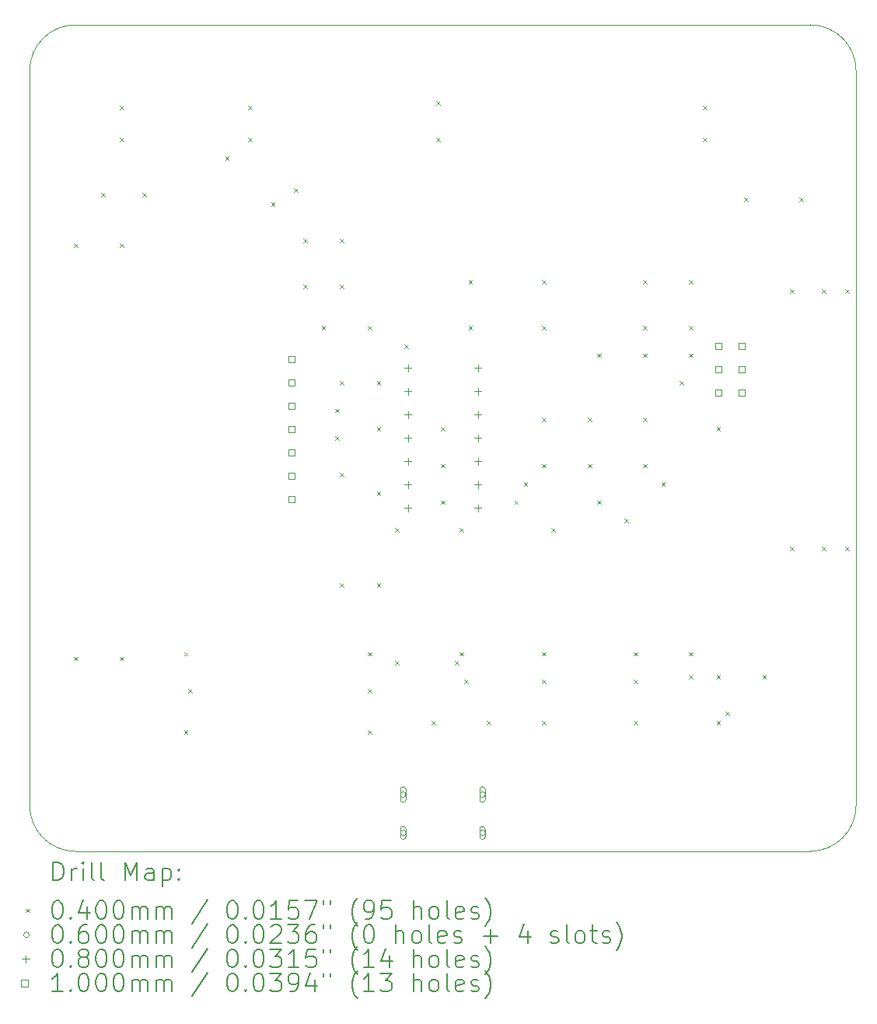
<source format=gbr>
%TF.GenerationSoftware,KiCad,Pcbnew,7.0.9*%
%TF.CreationDate,2023-11-22T04:13:12+01:00*%
%TF.ProjectId,Co2-Sensor,436f322d-5365-46e7-936f-722e6b696361,rev?*%
%TF.SameCoordinates,Original*%
%TF.FileFunction,Drillmap*%
%TF.FilePolarity,Positive*%
%FSLAX45Y45*%
G04 Gerber Fmt 4.5, Leading zero omitted, Abs format (unit mm)*
G04 Created by KiCad (PCBNEW 7.0.9) date 2023-11-22 04:13:12*
%MOMM*%
%LPD*%
G01*
G04 APERTURE LIST*
%ADD10C,0.100000*%
%ADD11C,0.200000*%
G04 APERTURE END LIST*
D10*
X15900000Y-4500000D02*
G75*
G03*
X15400000Y-4000000I-500000J0D01*
G01*
X6900000Y-12500000D02*
X6900000Y-4500000D01*
X7400000Y-4000000D02*
G75*
G03*
X6900000Y-4500000I0J-500000D01*
G01*
X15900000Y-4500000D02*
X15900000Y-12500000D01*
X15400000Y-13000000D02*
G75*
G03*
X15900000Y-12500000I0J500000D01*
G01*
X7400000Y-4000000D02*
X15400000Y-4000000D01*
X6900000Y-12500000D02*
G75*
G03*
X7400000Y-13000000I500000J0D01*
G01*
X15400000Y-13000000D02*
X7400000Y-13000000D01*
D11*
D10*
X7380000Y-6380000D02*
X7420000Y-6420000D01*
X7420000Y-6380000D02*
X7380000Y-6420000D01*
X7380000Y-10880000D02*
X7420000Y-10920000D01*
X7420000Y-10880000D02*
X7380000Y-10920000D01*
X7680000Y-5830000D02*
X7720000Y-5870000D01*
X7720000Y-5830000D02*
X7680000Y-5870000D01*
X7880000Y-4880000D02*
X7920000Y-4920000D01*
X7920000Y-4880000D02*
X7880000Y-4920000D01*
X7880000Y-5230000D02*
X7920000Y-5270000D01*
X7920000Y-5230000D02*
X7880000Y-5270000D01*
X7880000Y-6380000D02*
X7920000Y-6420000D01*
X7920000Y-6380000D02*
X7880000Y-6420000D01*
X7880000Y-10880000D02*
X7920000Y-10920000D01*
X7920000Y-10880000D02*
X7880000Y-10920000D01*
X8130000Y-5830000D02*
X8170000Y-5870000D01*
X8170000Y-5830000D02*
X8130000Y-5870000D01*
X8580000Y-10830000D02*
X8620000Y-10870000D01*
X8620000Y-10830000D02*
X8580000Y-10870000D01*
X8580000Y-11680000D02*
X8620000Y-11720000D01*
X8620000Y-11680000D02*
X8580000Y-11720000D01*
X8630000Y-11230000D02*
X8670000Y-11270000D01*
X8670000Y-11230000D02*
X8630000Y-11270000D01*
X9030000Y-5430000D02*
X9070000Y-5470000D01*
X9070000Y-5430000D02*
X9030000Y-5470000D01*
X9280000Y-4880000D02*
X9320000Y-4920000D01*
X9320000Y-4880000D02*
X9280000Y-4920000D01*
X9280000Y-5230000D02*
X9320000Y-5270000D01*
X9320000Y-5230000D02*
X9280000Y-5270000D01*
X9530000Y-5930000D02*
X9570000Y-5970000D01*
X9570000Y-5930000D02*
X9530000Y-5970000D01*
X9780000Y-5780000D02*
X9820000Y-5820000D01*
X9820000Y-5780000D02*
X9780000Y-5820000D01*
X9880000Y-6330000D02*
X9920000Y-6370000D01*
X9920000Y-6330000D02*
X9880000Y-6370000D01*
X9880000Y-6830000D02*
X9920000Y-6870000D01*
X9920000Y-6830000D02*
X9880000Y-6870000D01*
X10080000Y-7280000D02*
X10120000Y-7320000D01*
X10120000Y-7280000D02*
X10080000Y-7320000D01*
X10230000Y-8180000D02*
X10270000Y-8220000D01*
X10270000Y-8180000D02*
X10230000Y-8220000D01*
X10230000Y-8480000D02*
X10270000Y-8520000D01*
X10270000Y-8480000D02*
X10230000Y-8520000D01*
X10280000Y-6330000D02*
X10320000Y-6370000D01*
X10320000Y-6330000D02*
X10280000Y-6370000D01*
X10280000Y-6830000D02*
X10320000Y-6870000D01*
X10320000Y-6830000D02*
X10280000Y-6870000D01*
X10280000Y-7880000D02*
X10320000Y-7920000D01*
X10320000Y-7880000D02*
X10280000Y-7920000D01*
X10280000Y-8880000D02*
X10320000Y-8920000D01*
X10320000Y-8880000D02*
X10280000Y-8920000D01*
X10280000Y-10080000D02*
X10320000Y-10120000D01*
X10320000Y-10080000D02*
X10280000Y-10120000D01*
X10580000Y-7280000D02*
X10620000Y-7320000D01*
X10620000Y-7280000D02*
X10580000Y-7320000D01*
X10580000Y-10830000D02*
X10620000Y-10870000D01*
X10620000Y-10830000D02*
X10580000Y-10870000D01*
X10580000Y-11230000D02*
X10620000Y-11270000D01*
X10620000Y-11230000D02*
X10580000Y-11270000D01*
X10580000Y-11680000D02*
X10620000Y-11720000D01*
X10620000Y-11680000D02*
X10580000Y-11720000D01*
X10680000Y-7880000D02*
X10720000Y-7920000D01*
X10720000Y-7880000D02*
X10680000Y-7920000D01*
X10680000Y-8380000D02*
X10720000Y-8420000D01*
X10720000Y-8380000D02*
X10680000Y-8420000D01*
X10680000Y-9080000D02*
X10720000Y-9120000D01*
X10720000Y-9080000D02*
X10680000Y-9120000D01*
X10680000Y-10080000D02*
X10720000Y-10120000D01*
X10720000Y-10080000D02*
X10680000Y-10120000D01*
X10880000Y-9480000D02*
X10920000Y-9520000D01*
X10920000Y-9480000D02*
X10880000Y-9520000D01*
X10880000Y-10930000D02*
X10920000Y-10970000D01*
X10920000Y-10930000D02*
X10880000Y-10970000D01*
X10980000Y-7480000D02*
X11020000Y-7520000D01*
X11020000Y-7480000D02*
X10980000Y-7520000D01*
X11280000Y-11580000D02*
X11320000Y-11620000D01*
X11320000Y-11580000D02*
X11280000Y-11620000D01*
X11330000Y-4830000D02*
X11370000Y-4870000D01*
X11370000Y-4830000D02*
X11330000Y-4870000D01*
X11330000Y-5230000D02*
X11370000Y-5270000D01*
X11370000Y-5230000D02*
X11330000Y-5270000D01*
X11380000Y-8380000D02*
X11420000Y-8420000D01*
X11420000Y-8380000D02*
X11380000Y-8420000D01*
X11380000Y-8780000D02*
X11420000Y-8820000D01*
X11420000Y-8780000D02*
X11380000Y-8820000D01*
X11380000Y-9180000D02*
X11420000Y-9220000D01*
X11420000Y-9180000D02*
X11380000Y-9220000D01*
X11530000Y-10930000D02*
X11570000Y-10970000D01*
X11570000Y-10930000D02*
X11530000Y-10970000D01*
X11580000Y-9480000D02*
X11620000Y-9520000D01*
X11620000Y-9480000D02*
X11580000Y-9520000D01*
X11580000Y-10830000D02*
X11620000Y-10870000D01*
X11620000Y-10830000D02*
X11580000Y-10870000D01*
X11630000Y-11130000D02*
X11670000Y-11170000D01*
X11670000Y-11130000D02*
X11630000Y-11170000D01*
X11680000Y-6780000D02*
X11720000Y-6820000D01*
X11720000Y-6780000D02*
X11680000Y-6820000D01*
X11680000Y-7280000D02*
X11720000Y-7320000D01*
X11720000Y-7280000D02*
X11680000Y-7320000D01*
X11880000Y-11580000D02*
X11920000Y-11620000D01*
X11920000Y-11580000D02*
X11880000Y-11620000D01*
X12180000Y-9180000D02*
X12220000Y-9220000D01*
X12220000Y-9180000D02*
X12180000Y-9220000D01*
X12280000Y-8980000D02*
X12320000Y-9020000D01*
X12320000Y-8980000D02*
X12280000Y-9020000D01*
X12480000Y-6780000D02*
X12520000Y-6820000D01*
X12520000Y-6780000D02*
X12480000Y-6820000D01*
X12480000Y-7280000D02*
X12520000Y-7320000D01*
X12520000Y-7280000D02*
X12480000Y-7320000D01*
X12480000Y-8280000D02*
X12520000Y-8320000D01*
X12520000Y-8280000D02*
X12480000Y-8320000D01*
X12480000Y-8780000D02*
X12520000Y-8820000D01*
X12520000Y-8780000D02*
X12480000Y-8820000D01*
X12480000Y-10830000D02*
X12520000Y-10870000D01*
X12520000Y-10830000D02*
X12480000Y-10870000D01*
X12480000Y-11130000D02*
X12520000Y-11170000D01*
X12520000Y-11130000D02*
X12480000Y-11170000D01*
X12480000Y-11580000D02*
X12520000Y-11620000D01*
X12520000Y-11580000D02*
X12480000Y-11620000D01*
X12580000Y-9480000D02*
X12620000Y-9520000D01*
X12620000Y-9480000D02*
X12580000Y-9520000D01*
X12980000Y-8280000D02*
X13020000Y-8320000D01*
X13020000Y-8280000D02*
X12980000Y-8320000D01*
X12980000Y-8780000D02*
X13020000Y-8820000D01*
X13020000Y-8780000D02*
X12980000Y-8820000D01*
X13080000Y-7580000D02*
X13120000Y-7620000D01*
X13120000Y-7580000D02*
X13080000Y-7620000D01*
X13080000Y-9180000D02*
X13120000Y-9220000D01*
X13120000Y-9180000D02*
X13080000Y-9220000D01*
X13380000Y-9380000D02*
X13420000Y-9420000D01*
X13420000Y-9380000D02*
X13380000Y-9420000D01*
X13480000Y-10830000D02*
X13520000Y-10870000D01*
X13520000Y-10830000D02*
X13480000Y-10870000D01*
X13480000Y-11130000D02*
X13520000Y-11170000D01*
X13520000Y-11130000D02*
X13480000Y-11170000D01*
X13480000Y-11580000D02*
X13520000Y-11620000D01*
X13520000Y-11580000D02*
X13480000Y-11620000D01*
X13580000Y-6780000D02*
X13620000Y-6820000D01*
X13620000Y-6780000D02*
X13580000Y-6820000D01*
X13580000Y-7280000D02*
X13620000Y-7320000D01*
X13620000Y-7280000D02*
X13580000Y-7320000D01*
X13580000Y-7580000D02*
X13620000Y-7620000D01*
X13620000Y-7580000D02*
X13580000Y-7620000D01*
X13580000Y-8280000D02*
X13620000Y-8320000D01*
X13620000Y-8280000D02*
X13580000Y-8320000D01*
X13580000Y-8780000D02*
X13620000Y-8820000D01*
X13620000Y-8780000D02*
X13580000Y-8820000D01*
X13780000Y-8980000D02*
X13820000Y-9020000D01*
X13820000Y-8980000D02*
X13780000Y-9020000D01*
X13980000Y-7880000D02*
X14020000Y-7920000D01*
X14020000Y-7880000D02*
X13980000Y-7920000D01*
X14080000Y-6780000D02*
X14120000Y-6820000D01*
X14120000Y-6780000D02*
X14080000Y-6820000D01*
X14080000Y-7280000D02*
X14120000Y-7320000D01*
X14120000Y-7280000D02*
X14080000Y-7320000D01*
X14080000Y-7580000D02*
X14120000Y-7620000D01*
X14120000Y-7580000D02*
X14080000Y-7620000D01*
X14080000Y-10830000D02*
X14120000Y-10870000D01*
X14120000Y-10830000D02*
X14080000Y-10870000D01*
X14080000Y-11080000D02*
X14120000Y-11120000D01*
X14120000Y-11080000D02*
X14080000Y-11120000D01*
X14230000Y-4880000D02*
X14270000Y-4920000D01*
X14270000Y-4880000D02*
X14230000Y-4920000D01*
X14230000Y-5230000D02*
X14270000Y-5270000D01*
X14270000Y-5230000D02*
X14230000Y-5270000D01*
X14380000Y-8380000D02*
X14420000Y-8420000D01*
X14420000Y-8380000D02*
X14380000Y-8420000D01*
X14380000Y-11080000D02*
X14420000Y-11120000D01*
X14420000Y-11080000D02*
X14380000Y-11120000D01*
X14380000Y-11580000D02*
X14420000Y-11620000D01*
X14420000Y-11580000D02*
X14380000Y-11620000D01*
X14480000Y-11480000D02*
X14520000Y-11520000D01*
X14520000Y-11480000D02*
X14480000Y-11520000D01*
X14680000Y-5880000D02*
X14720000Y-5920000D01*
X14720000Y-5880000D02*
X14680000Y-5920000D01*
X14880000Y-11080000D02*
X14920000Y-11120000D01*
X14920000Y-11080000D02*
X14880000Y-11120000D01*
X15180000Y-6880000D02*
X15220000Y-6920000D01*
X15220000Y-6880000D02*
X15180000Y-6920000D01*
X15180000Y-9680000D02*
X15220000Y-9720000D01*
X15220000Y-9680000D02*
X15180000Y-9720000D01*
X15280000Y-5880000D02*
X15320000Y-5920000D01*
X15320000Y-5880000D02*
X15280000Y-5920000D01*
X15530000Y-6880000D02*
X15570000Y-6920000D01*
X15570000Y-6880000D02*
X15530000Y-6920000D01*
X15530000Y-9680000D02*
X15570000Y-9720000D01*
X15570000Y-9680000D02*
X15530000Y-9720000D01*
X15780000Y-6880000D02*
X15820000Y-6920000D01*
X15820000Y-6880000D02*
X15780000Y-6920000D01*
X15780000Y-9680000D02*
X15820000Y-9720000D01*
X15820000Y-9680000D02*
X15780000Y-9720000D01*
X10998000Y-12382000D02*
G75*
G03*
X10998000Y-12382000I-30000J0D01*
G01*
X10998000Y-12437000D02*
X10998000Y-12327000D01*
X10998000Y-12327000D02*
G75*
G03*
X10938000Y-12327000I-30000J0D01*
G01*
X10938000Y-12327000D02*
X10938000Y-12437000D01*
X10938000Y-12437000D02*
G75*
G03*
X10998000Y-12437000I30000J0D01*
G01*
X10998000Y-12799000D02*
G75*
G03*
X10998000Y-12799000I-30000J0D01*
G01*
X10998000Y-12839000D02*
X10998000Y-12759000D01*
X10998000Y-12759000D02*
G75*
G03*
X10938000Y-12759000I-30000J0D01*
G01*
X10938000Y-12759000D02*
X10938000Y-12839000D01*
X10938000Y-12839000D02*
G75*
G03*
X10998000Y-12839000I30000J0D01*
G01*
X11862000Y-12382000D02*
G75*
G03*
X11862000Y-12382000I-30000J0D01*
G01*
X11862000Y-12437000D02*
X11862000Y-12327000D01*
X11862000Y-12327000D02*
G75*
G03*
X11802000Y-12327000I-30000J0D01*
G01*
X11802000Y-12327000D02*
X11802000Y-12437000D01*
X11802000Y-12437000D02*
G75*
G03*
X11862000Y-12437000I30000J0D01*
G01*
X11862000Y-12799000D02*
G75*
G03*
X11862000Y-12799000I-30000J0D01*
G01*
X11862000Y-12839000D02*
X11862000Y-12759000D01*
X11862000Y-12759000D02*
G75*
G03*
X11802000Y-12759000I-30000J0D01*
G01*
X11802000Y-12759000D02*
X11802000Y-12839000D01*
X11802000Y-12839000D02*
G75*
G03*
X11862000Y-12839000I30000J0D01*
G01*
X11020000Y-7697500D02*
X11020000Y-7777500D01*
X10980000Y-7737500D02*
X11060000Y-7737500D01*
X11020000Y-7951500D02*
X11020000Y-8031500D01*
X10980000Y-7991500D02*
X11060000Y-7991500D01*
X11020000Y-8205500D02*
X11020000Y-8285500D01*
X10980000Y-8245500D02*
X11060000Y-8245500D01*
X11020000Y-8459500D02*
X11020000Y-8539500D01*
X10980000Y-8499500D02*
X11060000Y-8499500D01*
X11020000Y-8713500D02*
X11020000Y-8793500D01*
X10980000Y-8753500D02*
X11060000Y-8753500D01*
X11020000Y-8967500D02*
X11020000Y-9047500D01*
X10980000Y-9007500D02*
X11060000Y-9007500D01*
X11020000Y-9221500D02*
X11020000Y-9301500D01*
X10980000Y-9261500D02*
X11060000Y-9261500D01*
X11782000Y-7697500D02*
X11782000Y-7777500D01*
X11742000Y-7737500D02*
X11822000Y-7737500D01*
X11782000Y-7951500D02*
X11782000Y-8031500D01*
X11742000Y-7991500D02*
X11822000Y-7991500D01*
X11782000Y-8205500D02*
X11782000Y-8285500D01*
X11742000Y-8245500D02*
X11822000Y-8245500D01*
X11782000Y-8459500D02*
X11782000Y-8539500D01*
X11742000Y-8499500D02*
X11822000Y-8499500D01*
X11782000Y-8713500D02*
X11782000Y-8793500D01*
X11742000Y-8753500D02*
X11822000Y-8753500D01*
X11782000Y-8967500D02*
X11782000Y-9047500D01*
X11742000Y-9007500D02*
X11822000Y-9007500D01*
X11782000Y-9221500D02*
X11782000Y-9301500D01*
X11742000Y-9261500D02*
X11822000Y-9261500D01*
X9785356Y-7677356D02*
X9785356Y-7606644D01*
X9714644Y-7606644D01*
X9714644Y-7677356D01*
X9785356Y-7677356D01*
X9785356Y-7931356D02*
X9785356Y-7860644D01*
X9714644Y-7860644D01*
X9714644Y-7931356D01*
X9785356Y-7931356D01*
X9785356Y-8185356D02*
X9785356Y-8114644D01*
X9714644Y-8114644D01*
X9714644Y-8185356D01*
X9785356Y-8185356D01*
X9785356Y-8439356D02*
X9785356Y-8368644D01*
X9714644Y-8368644D01*
X9714644Y-8439356D01*
X9785356Y-8439356D01*
X9785356Y-8693356D02*
X9785356Y-8622644D01*
X9714644Y-8622644D01*
X9714644Y-8693356D01*
X9785356Y-8693356D01*
X9785356Y-8947356D02*
X9785356Y-8876644D01*
X9714644Y-8876644D01*
X9714644Y-8947356D01*
X9785356Y-8947356D01*
X9785356Y-9201356D02*
X9785356Y-9130644D01*
X9714644Y-9130644D01*
X9714644Y-9201356D01*
X9785356Y-9201356D01*
X14435356Y-7535356D02*
X14435356Y-7464644D01*
X14364644Y-7464644D01*
X14364644Y-7535356D01*
X14435356Y-7535356D01*
X14435356Y-7789356D02*
X14435356Y-7718644D01*
X14364644Y-7718644D01*
X14364644Y-7789356D01*
X14435356Y-7789356D01*
X14435356Y-8043356D02*
X14435356Y-7972644D01*
X14364644Y-7972644D01*
X14364644Y-8043356D01*
X14435356Y-8043356D01*
X14689356Y-7535356D02*
X14689356Y-7464644D01*
X14618644Y-7464644D01*
X14618644Y-7535356D01*
X14689356Y-7535356D01*
X14689356Y-7789356D02*
X14689356Y-7718644D01*
X14618644Y-7718644D01*
X14618644Y-7789356D01*
X14689356Y-7789356D01*
X14689356Y-8043356D02*
X14689356Y-7972644D01*
X14618644Y-7972644D01*
X14618644Y-8043356D01*
X14689356Y-8043356D01*
D11*
X7155777Y-13316484D02*
X7155777Y-13116484D01*
X7155777Y-13116484D02*
X7203396Y-13116484D01*
X7203396Y-13116484D02*
X7231967Y-13126008D01*
X7231967Y-13126008D02*
X7251015Y-13145055D01*
X7251015Y-13145055D02*
X7260539Y-13164103D01*
X7260539Y-13164103D02*
X7270062Y-13202198D01*
X7270062Y-13202198D02*
X7270062Y-13230769D01*
X7270062Y-13230769D02*
X7260539Y-13268865D01*
X7260539Y-13268865D02*
X7251015Y-13287912D01*
X7251015Y-13287912D02*
X7231967Y-13306960D01*
X7231967Y-13306960D02*
X7203396Y-13316484D01*
X7203396Y-13316484D02*
X7155777Y-13316484D01*
X7355777Y-13316484D02*
X7355777Y-13183150D01*
X7355777Y-13221246D02*
X7365301Y-13202198D01*
X7365301Y-13202198D02*
X7374824Y-13192674D01*
X7374824Y-13192674D02*
X7393872Y-13183150D01*
X7393872Y-13183150D02*
X7412920Y-13183150D01*
X7479586Y-13316484D02*
X7479586Y-13183150D01*
X7479586Y-13116484D02*
X7470062Y-13126008D01*
X7470062Y-13126008D02*
X7479586Y-13135531D01*
X7479586Y-13135531D02*
X7489110Y-13126008D01*
X7489110Y-13126008D02*
X7479586Y-13116484D01*
X7479586Y-13116484D02*
X7479586Y-13135531D01*
X7603396Y-13316484D02*
X7584348Y-13306960D01*
X7584348Y-13306960D02*
X7574824Y-13287912D01*
X7574824Y-13287912D02*
X7574824Y-13116484D01*
X7708158Y-13316484D02*
X7689110Y-13306960D01*
X7689110Y-13306960D02*
X7679586Y-13287912D01*
X7679586Y-13287912D02*
X7679586Y-13116484D01*
X7936729Y-13316484D02*
X7936729Y-13116484D01*
X7936729Y-13116484D02*
X8003396Y-13259341D01*
X8003396Y-13259341D02*
X8070062Y-13116484D01*
X8070062Y-13116484D02*
X8070062Y-13316484D01*
X8251015Y-13316484D02*
X8251015Y-13211722D01*
X8251015Y-13211722D02*
X8241491Y-13192674D01*
X8241491Y-13192674D02*
X8222443Y-13183150D01*
X8222443Y-13183150D02*
X8184348Y-13183150D01*
X8184348Y-13183150D02*
X8165301Y-13192674D01*
X8251015Y-13306960D02*
X8231967Y-13316484D01*
X8231967Y-13316484D02*
X8184348Y-13316484D01*
X8184348Y-13316484D02*
X8165301Y-13306960D01*
X8165301Y-13306960D02*
X8155777Y-13287912D01*
X8155777Y-13287912D02*
X8155777Y-13268865D01*
X8155777Y-13268865D02*
X8165301Y-13249817D01*
X8165301Y-13249817D02*
X8184348Y-13240293D01*
X8184348Y-13240293D02*
X8231967Y-13240293D01*
X8231967Y-13240293D02*
X8251015Y-13230769D01*
X8346253Y-13183150D02*
X8346253Y-13383150D01*
X8346253Y-13192674D02*
X8365301Y-13183150D01*
X8365301Y-13183150D02*
X8403396Y-13183150D01*
X8403396Y-13183150D02*
X8422444Y-13192674D01*
X8422444Y-13192674D02*
X8431967Y-13202198D01*
X8431967Y-13202198D02*
X8441491Y-13221246D01*
X8441491Y-13221246D02*
X8441491Y-13278388D01*
X8441491Y-13278388D02*
X8431967Y-13297436D01*
X8431967Y-13297436D02*
X8422444Y-13306960D01*
X8422444Y-13306960D02*
X8403396Y-13316484D01*
X8403396Y-13316484D02*
X8365301Y-13316484D01*
X8365301Y-13316484D02*
X8346253Y-13306960D01*
X8527205Y-13297436D02*
X8536729Y-13306960D01*
X8536729Y-13306960D02*
X8527205Y-13316484D01*
X8527205Y-13316484D02*
X8517682Y-13306960D01*
X8517682Y-13306960D02*
X8527205Y-13297436D01*
X8527205Y-13297436D02*
X8527205Y-13316484D01*
X8527205Y-13192674D02*
X8536729Y-13202198D01*
X8536729Y-13202198D02*
X8527205Y-13211722D01*
X8527205Y-13211722D02*
X8517682Y-13202198D01*
X8517682Y-13202198D02*
X8527205Y-13192674D01*
X8527205Y-13192674D02*
X8527205Y-13211722D01*
D10*
X6855000Y-13625000D02*
X6895000Y-13665000D01*
X6895000Y-13625000D02*
X6855000Y-13665000D01*
D11*
X7193872Y-13536484D02*
X7212920Y-13536484D01*
X7212920Y-13536484D02*
X7231967Y-13546008D01*
X7231967Y-13546008D02*
X7241491Y-13555531D01*
X7241491Y-13555531D02*
X7251015Y-13574579D01*
X7251015Y-13574579D02*
X7260539Y-13612674D01*
X7260539Y-13612674D02*
X7260539Y-13660293D01*
X7260539Y-13660293D02*
X7251015Y-13698388D01*
X7251015Y-13698388D02*
X7241491Y-13717436D01*
X7241491Y-13717436D02*
X7231967Y-13726960D01*
X7231967Y-13726960D02*
X7212920Y-13736484D01*
X7212920Y-13736484D02*
X7193872Y-13736484D01*
X7193872Y-13736484D02*
X7174824Y-13726960D01*
X7174824Y-13726960D02*
X7165301Y-13717436D01*
X7165301Y-13717436D02*
X7155777Y-13698388D01*
X7155777Y-13698388D02*
X7146253Y-13660293D01*
X7146253Y-13660293D02*
X7146253Y-13612674D01*
X7146253Y-13612674D02*
X7155777Y-13574579D01*
X7155777Y-13574579D02*
X7165301Y-13555531D01*
X7165301Y-13555531D02*
X7174824Y-13546008D01*
X7174824Y-13546008D02*
X7193872Y-13536484D01*
X7346253Y-13717436D02*
X7355777Y-13726960D01*
X7355777Y-13726960D02*
X7346253Y-13736484D01*
X7346253Y-13736484D02*
X7336729Y-13726960D01*
X7336729Y-13726960D02*
X7346253Y-13717436D01*
X7346253Y-13717436D02*
X7346253Y-13736484D01*
X7527205Y-13603150D02*
X7527205Y-13736484D01*
X7479586Y-13526960D02*
X7431967Y-13669817D01*
X7431967Y-13669817D02*
X7555777Y-13669817D01*
X7670062Y-13536484D02*
X7689110Y-13536484D01*
X7689110Y-13536484D02*
X7708158Y-13546008D01*
X7708158Y-13546008D02*
X7717682Y-13555531D01*
X7717682Y-13555531D02*
X7727205Y-13574579D01*
X7727205Y-13574579D02*
X7736729Y-13612674D01*
X7736729Y-13612674D02*
X7736729Y-13660293D01*
X7736729Y-13660293D02*
X7727205Y-13698388D01*
X7727205Y-13698388D02*
X7717682Y-13717436D01*
X7717682Y-13717436D02*
X7708158Y-13726960D01*
X7708158Y-13726960D02*
X7689110Y-13736484D01*
X7689110Y-13736484D02*
X7670062Y-13736484D01*
X7670062Y-13736484D02*
X7651015Y-13726960D01*
X7651015Y-13726960D02*
X7641491Y-13717436D01*
X7641491Y-13717436D02*
X7631967Y-13698388D01*
X7631967Y-13698388D02*
X7622443Y-13660293D01*
X7622443Y-13660293D02*
X7622443Y-13612674D01*
X7622443Y-13612674D02*
X7631967Y-13574579D01*
X7631967Y-13574579D02*
X7641491Y-13555531D01*
X7641491Y-13555531D02*
X7651015Y-13546008D01*
X7651015Y-13546008D02*
X7670062Y-13536484D01*
X7860539Y-13536484D02*
X7879586Y-13536484D01*
X7879586Y-13536484D02*
X7898634Y-13546008D01*
X7898634Y-13546008D02*
X7908158Y-13555531D01*
X7908158Y-13555531D02*
X7917682Y-13574579D01*
X7917682Y-13574579D02*
X7927205Y-13612674D01*
X7927205Y-13612674D02*
X7927205Y-13660293D01*
X7927205Y-13660293D02*
X7917682Y-13698388D01*
X7917682Y-13698388D02*
X7908158Y-13717436D01*
X7908158Y-13717436D02*
X7898634Y-13726960D01*
X7898634Y-13726960D02*
X7879586Y-13736484D01*
X7879586Y-13736484D02*
X7860539Y-13736484D01*
X7860539Y-13736484D02*
X7841491Y-13726960D01*
X7841491Y-13726960D02*
X7831967Y-13717436D01*
X7831967Y-13717436D02*
X7822443Y-13698388D01*
X7822443Y-13698388D02*
X7812920Y-13660293D01*
X7812920Y-13660293D02*
X7812920Y-13612674D01*
X7812920Y-13612674D02*
X7822443Y-13574579D01*
X7822443Y-13574579D02*
X7831967Y-13555531D01*
X7831967Y-13555531D02*
X7841491Y-13546008D01*
X7841491Y-13546008D02*
X7860539Y-13536484D01*
X8012920Y-13736484D02*
X8012920Y-13603150D01*
X8012920Y-13622198D02*
X8022443Y-13612674D01*
X8022443Y-13612674D02*
X8041491Y-13603150D01*
X8041491Y-13603150D02*
X8070063Y-13603150D01*
X8070063Y-13603150D02*
X8089110Y-13612674D01*
X8089110Y-13612674D02*
X8098634Y-13631722D01*
X8098634Y-13631722D02*
X8098634Y-13736484D01*
X8098634Y-13631722D02*
X8108158Y-13612674D01*
X8108158Y-13612674D02*
X8127205Y-13603150D01*
X8127205Y-13603150D02*
X8155777Y-13603150D01*
X8155777Y-13603150D02*
X8174824Y-13612674D01*
X8174824Y-13612674D02*
X8184348Y-13631722D01*
X8184348Y-13631722D02*
X8184348Y-13736484D01*
X8279586Y-13736484D02*
X8279586Y-13603150D01*
X8279586Y-13622198D02*
X8289110Y-13612674D01*
X8289110Y-13612674D02*
X8308158Y-13603150D01*
X8308158Y-13603150D02*
X8336729Y-13603150D01*
X8336729Y-13603150D02*
X8355777Y-13612674D01*
X8355777Y-13612674D02*
X8365301Y-13631722D01*
X8365301Y-13631722D02*
X8365301Y-13736484D01*
X8365301Y-13631722D02*
X8374824Y-13612674D01*
X8374824Y-13612674D02*
X8393872Y-13603150D01*
X8393872Y-13603150D02*
X8422444Y-13603150D01*
X8422444Y-13603150D02*
X8441491Y-13612674D01*
X8441491Y-13612674D02*
X8451015Y-13631722D01*
X8451015Y-13631722D02*
X8451015Y-13736484D01*
X8841491Y-13526960D02*
X8670063Y-13784103D01*
X9098634Y-13536484D02*
X9117682Y-13536484D01*
X9117682Y-13536484D02*
X9136729Y-13546008D01*
X9136729Y-13546008D02*
X9146253Y-13555531D01*
X9146253Y-13555531D02*
X9155777Y-13574579D01*
X9155777Y-13574579D02*
X9165301Y-13612674D01*
X9165301Y-13612674D02*
X9165301Y-13660293D01*
X9165301Y-13660293D02*
X9155777Y-13698388D01*
X9155777Y-13698388D02*
X9146253Y-13717436D01*
X9146253Y-13717436D02*
X9136729Y-13726960D01*
X9136729Y-13726960D02*
X9117682Y-13736484D01*
X9117682Y-13736484D02*
X9098634Y-13736484D01*
X9098634Y-13736484D02*
X9079587Y-13726960D01*
X9079587Y-13726960D02*
X9070063Y-13717436D01*
X9070063Y-13717436D02*
X9060539Y-13698388D01*
X9060539Y-13698388D02*
X9051015Y-13660293D01*
X9051015Y-13660293D02*
X9051015Y-13612674D01*
X9051015Y-13612674D02*
X9060539Y-13574579D01*
X9060539Y-13574579D02*
X9070063Y-13555531D01*
X9070063Y-13555531D02*
X9079587Y-13546008D01*
X9079587Y-13546008D02*
X9098634Y-13536484D01*
X9251015Y-13717436D02*
X9260539Y-13726960D01*
X9260539Y-13726960D02*
X9251015Y-13736484D01*
X9251015Y-13736484D02*
X9241491Y-13726960D01*
X9241491Y-13726960D02*
X9251015Y-13717436D01*
X9251015Y-13717436D02*
X9251015Y-13736484D01*
X9384348Y-13536484D02*
X9403396Y-13536484D01*
X9403396Y-13536484D02*
X9422444Y-13546008D01*
X9422444Y-13546008D02*
X9431968Y-13555531D01*
X9431968Y-13555531D02*
X9441491Y-13574579D01*
X9441491Y-13574579D02*
X9451015Y-13612674D01*
X9451015Y-13612674D02*
X9451015Y-13660293D01*
X9451015Y-13660293D02*
X9441491Y-13698388D01*
X9441491Y-13698388D02*
X9431968Y-13717436D01*
X9431968Y-13717436D02*
X9422444Y-13726960D01*
X9422444Y-13726960D02*
X9403396Y-13736484D01*
X9403396Y-13736484D02*
X9384348Y-13736484D01*
X9384348Y-13736484D02*
X9365301Y-13726960D01*
X9365301Y-13726960D02*
X9355777Y-13717436D01*
X9355777Y-13717436D02*
X9346253Y-13698388D01*
X9346253Y-13698388D02*
X9336729Y-13660293D01*
X9336729Y-13660293D02*
X9336729Y-13612674D01*
X9336729Y-13612674D02*
X9346253Y-13574579D01*
X9346253Y-13574579D02*
X9355777Y-13555531D01*
X9355777Y-13555531D02*
X9365301Y-13546008D01*
X9365301Y-13546008D02*
X9384348Y-13536484D01*
X9641491Y-13736484D02*
X9527206Y-13736484D01*
X9584348Y-13736484D02*
X9584348Y-13536484D01*
X9584348Y-13536484D02*
X9565301Y-13565055D01*
X9565301Y-13565055D02*
X9546253Y-13584103D01*
X9546253Y-13584103D02*
X9527206Y-13593627D01*
X9822444Y-13536484D02*
X9727206Y-13536484D01*
X9727206Y-13536484D02*
X9717682Y-13631722D01*
X9717682Y-13631722D02*
X9727206Y-13622198D01*
X9727206Y-13622198D02*
X9746253Y-13612674D01*
X9746253Y-13612674D02*
X9793872Y-13612674D01*
X9793872Y-13612674D02*
X9812920Y-13622198D01*
X9812920Y-13622198D02*
X9822444Y-13631722D01*
X9822444Y-13631722D02*
X9831968Y-13650769D01*
X9831968Y-13650769D02*
X9831968Y-13698388D01*
X9831968Y-13698388D02*
X9822444Y-13717436D01*
X9822444Y-13717436D02*
X9812920Y-13726960D01*
X9812920Y-13726960D02*
X9793872Y-13736484D01*
X9793872Y-13736484D02*
X9746253Y-13736484D01*
X9746253Y-13736484D02*
X9727206Y-13726960D01*
X9727206Y-13726960D02*
X9717682Y-13717436D01*
X9898634Y-13536484D02*
X10031968Y-13536484D01*
X10031968Y-13536484D02*
X9946253Y-13736484D01*
X10098634Y-13536484D02*
X10098634Y-13574579D01*
X10174825Y-13536484D02*
X10174825Y-13574579D01*
X10470063Y-13812674D02*
X10460539Y-13803150D01*
X10460539Y-13803150D02*
X10441491Y-13774579D01*
X10441491Y-13774579D02*
X10431968Y-13755531D01*
X10431968Y-13755531D02*
X10422444Y-13726960D01*
X10422444Y-13726960D02*
X10412920Y-13679341D01*
X10412920Y-13679341D02*
X10412920Y-13641246D01*
X10412920Y-13641246D02*
X10422444Y-13593627D01*
X10422444Y-13593627D02*
X10431968Y-13565055D01*
X10431968Y-13565055D02*
X10441491Y-13546008D01*
X10441491Y-13546008D02*
X10460539Y-13517436D01*
X10460539Y-13517436D02*
X10470063Y-13507912D01*
X10555777Y-13736484D02*
X10593872Y-13736484D01*
X10593872Y-13736484D02*
X10612920Y-13726960D01*
X10612920Y-13726960D02*
X10622444Y-13717436D01*
X10622444Y-13717436D02*
X10641491Y-13688865D01*
X10641491Y-13688865D02*
X10651015Y-13650769D01*
X10651015Y-13650769D02*
X10651015Y-13574579D01*
X10651015Y-13574579D02*
X10641491Y-13555531D01*
X10641491Y-13555531D02*
X10631968Y-13546008D01*
X10631968Y-13546008D02*
X10612920Y-13536484D01*
X10612920Y-13536484D02*
X10574825Y-13536484D01*
X10574825Y-13536484D02*
X10555777Y-13546008D01*
X10555777Y-13546008D02*
X10546253Y-13555531D01*
X10546253Y-13555531D02*
X10536730Y-13574579D01*
X10536730Y-13574579D02*
X10536730Y-13622198D01*
X10536730Y-13622198D02*
X10546253Y-13641246D01*
X10546253Y-13641246D02*
X10555777Y-13650769D01*
X10555777Y-13650769D02*
X10574825Y-13660293D01*
X10574825Y-13660293D02*
X10612920Y-13660293D01*
X10612920Y-13660293D02*
X10631968Y-13650769D01*
X10631968Y-13650769D02*
X10641491Y-13641246D01*
X10641491Y-13641246D02*
X10651015Y-13622198D01*
X10831968Y-13536484D02*
X10736730Y-13536484D01*
X10736730Y-13536484D02*
X10727206Y-13631722D01*
X10727206Y-13631722D02*
X10736730Y-13622198D01*
X10736730Y-13622198D02*
X10755777Y-13612674D01*
X10755777Y-13612674D02*
X10803396Y-13612674D01*
X10803396Y-13612674D02*
X10822444Y-13622198D01*
X10822444Y-13622198D02*
X10831968Y-13631722D01*
X10831968Y-13631722D02*
X10841491Y-13650769D01*
X10841491Y-13650769D02*
X10841491Y-13698388D01*
X10841491Y-13698388D02*
X10831968Y-13717436D01*
X10831968Y-13717436D02*
X10822444Y-13726960D01*
X10822444Y-13726960D02*
X10803396Y-13736484D01*
X10803396Y-13736484D02*
X10755777Y-13736484D01*
X10755777Y-13736484D02*
X10736730Y-13726960D01*
X10736730Y-13726960D02*
X10727206Y-13717436D01*
X11079587Y-13736484D02*
X11079587Y-13536484D01*
X11165301Y-13736484D02*
X11165301Y-13631722D01*
X11165301Y-13631722D02*
X11155777Y-13612674D01*
X11155777Y-13612674D02*
X11136730Y-13603150D01*
X11136730Y-13603150D02*
X11108158Y-13603150D01*
X11108158Y-13603150D02*
X11089111Y-13612674D01*
X11089111Y-13612674D02*
X11079587Y-13622198D01*
X11289110Y-13736484D02*
X11270063Y-13726960D01*
X11270063Y-13726960D02*
X11260539Y-13717436D01*
X11260539Y-13717436D02*
X11251015Y-13698388D01*
X11251015Y-13698388D02*
X11251015Y-13641246D01*
X11251015Y-13641246D02*
X11260539Y-13622198D01*
X11260539Y-13622198D02*
X11270063Y-13612674D01*
X11270063Y-13612674D02*
X11289110Y-13603150D01*
X11289110Y-13603150D02*
X11317682Y-13603150D01*
X11317682Y-13603150D02*
X11336730Y-13612674D01*
X11336730Y-13612674D02*
X11346253Y-13622198D01*
X11346253Y-13622198D02*
X11355777Y-13641246D01*
X11355777Y-13641246D02*
X11355777Y-13698388D01*
X11355777Y-13698388D02*
X11346253Y-13717436D01*
X11346253Y-13717436D02*
X11336730Y-13726960D01*
X11336730Y-13726960D02*
X11317682Y-13736484D01*
X11317682Y-13736484D02*
X11289110Y-13736484D01*
X11470063Y-13736484D02*
X11451015Y-13726960D01*
X11451015Y-13726960D02*
X11441491Y-13707912D01*
X11441491Y-13707912D02*
X11441491Y-13536484D01*
X11622444Y-13726960D02*
X11603396Y-13736484D01*
X11603396Y-13736484D02*
X11565301Y-13736484D01*
X11565301Y-13736484D02*
X11546253Y-13726960D01*
X11546253Y-13726960D02*
X11536730Y-13707912D01*
X11536730Y-13707912D02*
X11536730Y-13631722D01*
X11536730Y-13631722D02*
X11546253Y-13612674D01*
X11546253Y-13612674D02*
X11565301Y-13603150D01*
X11565301Y-13603150D02*
X11603396Y-13603150D01*
X11603396Y-13603150D02*
X11622444Y-13612674D01*
X11622444Y-13612674D02*
X11631968Y-13631722D01*
X11631968Y-13631722D02*
X11631968Y-13650769D01*
X11631968Y-13650769D02*
X11536730Y-13669817D01*
X11708158Y-13726960D02*
X11727206Y-13736484D01*
X11727206Y-13736484D02*
X11765301Y-13736484D01*
X11765301Y-13736484D02*
X11784349Y-13726960D01*
X11784349Y-13726960D02*
X11793872Y-13707912D01*
X11793872Y-13707912D02*
X11793872Y-13698388D01*
X11793872Y-13698388D02*
X11784349Y-13679341D01*
X11784349Y-13679341D02*
X11765301Y-13669817D01*
X11765301Y-13669817D02*
X11736730Y-13669817D01*
X11736730Y-13669817D02*
X11717682Y-13660293D01*
X11717682Y-13660293D02*
X11708158Y-13641246D01*
X11708158Y-13641246D02*
X11708158Y-13631722D01*
X11708158Y-13631722D02*
X11717682Y-13612674D01*
X11717682Y-13612674D02*
X11736730Y-13603150D01*
X11736730Y-13603150D02*
X11765301Y-13603150D01*
X11765301Y-13603150D02*
X11784349Y-13612674D01*
X11860539Y-13812674D02*
X11870063Y-13803150D01*
X11870063Y-13803150D02*
X11889111Y-13774579D01*
X11889111Y-13774579D02*
X11898634Y-13755531D01*
X11898634Y-13755531D02*
X11908158Y-13726960D01*
X11908158Y-13726960D02*
X11917682Y-13679341D01*
X11917682Y-13679341D02*
X11917682Y-13641246D01*
X11917682Y-13641246D02*
X11908158Y-13593627D01*
X11908158Y-13593627D02*
X11898634Y-13565055D01*
X11898634Y-13565055D02*
X11889111Y-13546008D01*
X11889111Y-13546008D02*
X11870063Y-13517436D01*
X11870063Y-13517436D02*
X11860539Y-13507912D01*
D10*
X6895000Y-13909000D02*
G75*
G03*
X6895000Y-13909000I-30000J0D01*
G01*
D11*
X7193872Y-13800484D02*
X7212920Y-13800484D01*
X7212920Y-13800484D02*
X7231967Y-13810008D01*
X7231967Y-13810008D02*
X7241491Y-13819531D01*
X7241491Y-13819531D02*
X7251015Y-13838579D01*
X7251015Y-13838579D02*
X7260539Y-13876674D01*
X7260539Y-13876674D02*
X7260539Y-13924293D01*
X7260539Y-13924293D02*
X7251015Y-13962388D01*
X7251015Y-13962388D02*
X7241491Y-13981436D01*
X7241491Y-13981436D02*
X7231967Y-13990960D01*
X7231967Y-13990960D02*
X7212920Y-14000484D01*
X7212920Y-14000484D02*
X7193872Y-14000484D01*
X7193872Y-14000484D02*
X7174824Y-13990960D01*
X7174824Y-13990960D02*
X7165301Y-13981436D01*
X7165301Y-13981436D02*
X7155777Y-13962388D01*
X7155777Y-13962388D02*
X7146253Y-13924293D01*
X7146253Y-13924293D02*
X7146253Y-13876674D01*
X7146253Y-13876674D02*
X7155777Y-13838579D01*
X7155777Y-13838579D02*
X7165301Y-13819531D01*
X7165301Y-13819531D02*
X7174824Y-13810008D01*
X7174824Y-13810008D02*
X7193872Y-13800484D01*
X7346253Y-13981436D02*
X7355777Y-13990960D01*
X7355777Y-13990960D02*
X7346253Y-14000484D01*
X7346253Y-14000484D02*
X7336729Y-13990960D01*
X7336729Y-13990960D02*
X7346253Y-13981436D01*
X7346253Y-13981436D02*
X7346253Y-14000484D01*
X7527205Y-13800484D02*
X7489110Y-13800484D01*
X7489110Y-13800484D02*
X7470062Y-13810008D01*
X7470062Y-13810008D02*
X7460539Y-13819531D01*
X7460539Y-13819531D02*
X7441491Y-13848103D01*
X7441491Y-13848103D02*
X7431967Y-13886198D01*
X7431967Y-13886198D02*
X7431967Y-13962388D01*
X7431967Y-13962388D02*
X7441491Y-13981436D01*
X7441491Y-13981436D02*
X7451015Y-13990960D01*
X7451015Y-13990960D02*
X7470062Y-14000484D01*
X7470062Y-14000484D02*
X7508158Y-14000484D01*
X7508158Y-14000484D02*
X7527205Y-13990960D01*
X7527205Y-13990960D02*
X7536729Y-13981436D01*
X7536729Y-13981436D02*
X7546253Y-13962388D01*
X7546253Y-13962388D02*
X7546253Y-13914769D01*
X7546253Y-13914769D02*
X7536729Y-13895722D01*
X7536729Y-13895722D02*
X7527205Y-13886198D01*
X7527205Y-13886198D02*
X7508158Y-13876674D01*
X7508158Y-13876674D02*
X7470062Y-13876674D01*
X7470062Y-13876674D02*
X7451015Y-13886198D01*
X7451015Y-13886198D02*
X7441491Y-13895722D01*
X7441491Y-13895722D02*
X7431967Y-13914769D01*
X7670062Y-13800484D02*
X7689110Y-13800484D01*
X7689110Y-13800484D02*
X7708158Y-13810008D01*
X7708158Y-13810008D02*
X7717682Y-13819531D01*
X7717682Y-13819531D02*
X7727205Y-13838579D01*
X7727205Y-13838579D02*
X7736729Y-13876674D01*
X7736729Y-13876674D02*
X7736729Y-13924293D01*
X7736729Y-13924293D02*
X7727205Y-13962388D01*
X7727205Y-13962388D02*
X7717682Y-13981436D01*
X7717682Y-13981436D02*
X7708158Y-13990960D01*
X7708158Y-13990960D02*
X7689110Y-14000484D01*
X7689110Y-14000484D02*
X7670062Y-14000484D01*
X7670062Y-14000484D02*
X7651015Y-13990960D01*
X7651015Y-13990960D02*
X7641491Y-13981436D01*
X7641491Y-13981436D02*
X7631967Y-13962388D01*
X7631967Y-13962388D02*
X7622443Y-13924293D01*
X7622443Y-13924293D02*
X7622443Y-13876674D01*
X7622443Y-13876674D02*
X7631967Y-13838579D01*
X7631967Y-13838579D02*
X7641491Y-13819531D01*
X7641491Y-13819531D02*
X7651015Y-13810008D01*
X7651015Y-13810008D02*
X7670062Y-13800484D01*
X7860539Y-13800484D02*
X7879586Y-13800484D01*
X7879586Y-13800484D02*
X7898634Y-13810008D01*
X7898634Y-13810008D02*
X7908158Y-13819531D01*
X7908158Y-13819531D02*
X7917682Y-13838579D01*
X7917682Y-13838579D02*
X7927205Y-13876674D01*
X7927205Y-13876674D02*
X7927205Y-13924293D01*
X7927205Y-13924293D02*
X7917682Y-13962388D01*
X7917682Y-13962388D02*
X7908158Y-13981436D01*
X7908158Y-13981436D02*
X7898634Y-13990960D01*
X7898634Y-13990960D02*
X7879586Y-14000484D01*
X7879586Y-14000484D02*
X7860539Y-14000484D01*
X7860539Y-14000484D02*
X7841491Y-13990960D01*
X7841491Y-13990960D02*
X7831967Y-13981436D01*
X7831967Y-13981436D02*
X7822443Y-13962388D01*
X7822443Y-13962388D02*
X7812920Y-13924293D01*
X7812920Y-13924293D02*
X7812920Y-13876674D01*
X7812920Y-13876674D02*
X7822443Y-13838579D01*
X7822443Y-13838579D02*
X7831967Y-13819531D01*
X7831967Y-13819531D02*
X7841491Y-13810008D01*
X7841491Y-13810008D02*
X7860539Y-13800484D01*
X8012920Y-14000484D02*
X8012920Y-13867150D01*
X8012920Y-13886198D02*
X8022443Y-13876674D01*
X8022443Y-13876674D02*
X8041491Y-13867150D01*
X8041491Y-13867150D02*
X8070063Y-13867150D01*
X8070063Y-13867150D02*
X8089110Y-13876674D01*
X8089110Y-13876674D02*
X8098634Y-13895722D01*
X8098634Y-13895722D02*
X8098634Y-14000484D01*
X8098634Y-13895722D02*
X8108158Y-13876674D01*
X8108158Y-13876674D02*
X8127205Y-13867150D01*
X8127205Y-13867150D02*
X8155777Y-13867150D01*
X8155777Y-13867150D02*
X8174824Y-13876674D01*
X8174824Y-13876674D02*
X8184348Y-13895722D01*
X8184348Y-13895722D02*
X8184348Y-14000484D01*
X8279586Y-14000484D02*
X8279586Y-13867150D01*
X8279586Y-13886198D02*
X8289110Y-13876674D01*
X8289110Y-13876674D02*
X8308158Y-13867150D01*
X8308158Y-13867150D02*
X8336729Y-13867150D01*
X8336729Y-13867150D02*
X8355777Y-13876674D01*
X8355777Y-13876674D02*
X8365301Y-13895722D01*
X8365301Y-13895722D02*
X8365301Y-14000484D01*
X8365301Y-13895722D02*
X8374824Y-13876674D01*
X8374824Y-13876674D02*
X8393872Y-13867150D01*
X8393872Y-13867150D02*
X8422444Y-13867150D01*
X8422444Y-13867150D02*
X8441491Y-13876674D01*
X8441491Y-13876674D02*
X8451015Y-13895722D01*
X8451015Y-13895722D02*
X8451015Y-14000484D01*
X8841491Y-13790960D02*
X8670063Y-14048103D01*
X9098634Y-13800484D02*
X9117682Y-13800484D01*
X9117682Y-13800484D02*
X9136729Y-13810008D01*
X9136729Y-13810008D02*
X9146253Y-13819531D01*
X9146253Y-13819531D02*
X9155777Y-13838579D01*
X9155777Y-13838579D02*
X9165301Y-13876674D01*
X9165301Y-13876674D02*
X9165301Y-13924293D01*
X9165301Y-13924293D02*
X9155777Y-13962388D01*
X9155777Y-13962388D02*
X9146253Y-13981436D01*
X9146253Y-13981436D02*
X9136729Y-13990960D01*
X9136729Y-13990960D02*
X9117682Y-14000484D01*
X9117682Y-14000484D02*
X9098634Y-14000484D01*
X9098634Y-14000484D02*
X9079587Y-13990960D01*
X9079587Y-13990960D02*
X9070063Y-13981436D01*
X9070063Y-13981436D02*
X9060539Y-13962388D01*
X9060539Y-13962388D02*
X9051015Y-13924293D01*
X9051015Y-13924293D02*
X9051015Y-13876674D01*
X9051015Y-13876674D02*
X9060539Y-13838579D01*
X9060539Y-13838579D02*
X9070063Y-13819531D01*
X9070063Y-13819531D02*
X9079587Y-13810008D01*
X9079587Y-13810008D02*
X9098634Y-13800484D01*
X9251015Y-13981436D02*
X9260539Y-13990960D01*
X9260539Y-13990960D02*
X9251015Y-14000484D01*
X9251015Y-14000484D02*
X9241491Y-13990960D01*
X9241491Y-13990960D02*
X9251015Y-13981436D01*
X9251015Y-13981436D02*
X9251015Y-14000484D01*
X9384348Y-13800484D02*
X9403396Y-13800484D01*
X9403396Y-13800484D02*
X9422444Y-13810008D01*
X9422444Y-13810008D02*
X9431968Y-13819531D01*
X9431968Y-13819531D02*
X9441491Y-13838579D01*
X9441491Y-13838579D02*
X9451015Y-13876674D01*
X9451015Y-13876674D02*
X9451015Y-13924293D01*
X9451015Y-13924293D02*
X9441491Y-13962388D01*
X9441491Y-13962388D02*
X9431968Y-13981436D01*
X9431968Y-13981436D02*
X9422444Y-13990960D01*
X9422444Y-13990960D02*
X9403396Y-14000484D01*
X9403396Y-14000484D02*
X9384348Y-14000484D01*
X9384348Y-14000484D02*
X9365301Y-13990960D01*
X9365301Y-13990960D02*
X9355777Y-13981436D01*
X9355777Y-13981436D02*
X9346253Y-13962388D01*
X9346253Y-13962388D02*
X9336729Y-13924293D01*
X9336729Y-13924293D02*
X9336729Y-13876674D01*
X9336729Y-13876674D02*
X9346253Y-13838579D01*
X9346253Y-13838579D02*
X9355777Y-13819531D01*
X9355777Y-13819531D02*
X9365301Y-13810008D01*
X9365301Y-13810008D02*
X9384348Y-13800484D01*
X9527206Y-13819531D02*
X9536729Y-13810008D01*
X9536729Y-13810008D02*
X9555777Y-13800484D01*
X9555777Y-13800484D02*
X9603396Y-13800484D01*
X9603396Y-13800484D02*
X9622444Y-13810008D01*
X9622444Y-13810008D02*
X9631968Y-13819531D01*
X9631968Y-13819531D02*
X9641491Y-13838579D01*
X9641491Y-13838579D02*
X9641491Y-13857627D01*
X9641491Y-13857627D02*
X9631968Y-13886198D01*
X9631968Y-13886198D02*
X9517682Y-14000484D01*
X9517682Y-14000484D02*
X9641491Y-14000484D01*
X9708158Y-13800484D02*
X9831968Y-13800484D01*
X9831968Y-13800484D02*
X9765301Y-13876674D01*
X9765301Y-13876674D02*
X9793872Y-13876674D01*
X9793872Y-13876674D02*
X9812920Y-13886198D01*
X9812920Y-13886198D02*
X9822444Y-13895722D01*
X9822444Y-13895722D02*
X9831968Y-13914769D01*
X9831968Y-13914769D02*
X9831968Y-13962388D01*
X9831968Y-13962388D02*
X9822444Y-13981436D01*
X9822444Y-13981436D02*
X9812920Y-13990960D01*
X9812920Y-13990960D02*
X9793872Y-14000484D01*
X9793872Y-14000484D02*
X9736729Y-14000484D01*
X9736729Y-14000484D02*
X9717682Y-13990960D01*
X9717682Y-13990960D02*
X9708158Y-13981436D01*
X10003396Y-13800484D02*
X9965301Y-13800484D01*
X9965301Y-13800484D02*
X9946253Y-13810008D01*
X9946253Y-13810008D02*
X9936729Y-13819531D01*
X9936729Y-13819531D02*
X9917682Y-13848103D01*
X9917682Y-13848103D02*
X9908158Y-13886198D01*
X9908158Y-13886198D02*
X9908158Y-13962388D01*
X9908158Y-13962388D02*
X9917682Y-13981436D01*
X9917682Y-13981436D02*
X9927206Y-13990960D01*
X9927206Y-13990960D02*
X9946253Y-14000484D01*
X9946253Y-14000484D02*
X9984349Y-14000484D01*
X9984349Y-14000484D02*
X10003396Y-13990960D01*
X10003396Y-13990960D02*
X10012920Y-13981436D01*
X10012920Y-13981436D02*
X10022444Y-13962388D01*
X10022444Y-13962388D02*
X10022444Y-13914769D01*
X10022444Y-13914769D02*
X10012920Y-13895722D01*
X10012920Y-13895722D02*
X10003396Y-13886198D01*
X10003396Y-13886198D02*
X9984349Y-13876674D01*
X9984349Y-13876674D02*
X9946253Y-13876674D01*
X9946253Y-13876674D02*
X9927206Y-13886198D01*
X9927206Y-13886198D02*
X9917682Y-13895722D01*
X9917682Y-13895722D02*
X9908158Y-13914769D01*
X10098634Y-13800484D02*
X10098634Y-13838579D01*
X10174825Y-13800484D02*
X10174825Y-13838579D01*
X10470063Y-14076674D02*
X10460539Y-14067150D01*
X10460539Y-14067150D02*
X10441491Y-14038579D01*
X10441491Y-14038579D02*
X10431968Y-14019531D01*
X10431968Y-14019531D02*
X10422444Y-13990960D01*
X10422444Y-13990960D02*
X10412920Y-13943341D01*
X10412920Y-13943341D02*
X10412920Y-13905246D01*
X10412920Y-13905246D02*
X10422444Y-13857627D01*
X10422444Y-13857627D02*
X10431968Y-13829055D01*
X10431968Y-13829055D02*
X10441491Y-13810008D01*
X10441491Y-13810008D02*
X10460539Y-13781436D01*
X10460539Y-13781436D02*
X10470063Y-13771912D01*
X10584349Y-13800484D02*
X10603396Y-13800484D01*
X10603396Y-13800484D02*
X10622444Y-13810008D01*
X10622444Y-13810008D02*
X10631968Y-13819531D01*
X10631968Y-13819531D02*
X10641491Y-13838579D01*
X10641491Y-13838579D02*
X10651015Y-13876674D01*
X10651015Y-13876674D02*
X10651015Y-13924293D01*
X10651015Y-13924293D02*
X10641491Y-13962388D01*
X10641491Y-13962388D02*
X10631968Y-13981436D01*
X10631968Y-13981436D02*
X10622444Y-13990960D01*
X10622444Y-13990960D02*
X10603396Y-14000484D01*
X10603396Y-14000484D02*
X10584349Y-14000484D01*
X10584349Y-14000484D02*
X10565301Y-13990960D01*
X10565301Y-13990960D02*
X10555777Y-13981436D01*
X10555777Y-13981436D02*
X10546253Y-13962388D01*
X10546253Y-13962388D02*
X10536730Y-13924293D01*
X10536730Y-13924293D02*
X10536730Y-13876674D01*
X10536730Y-13876674D02*
X10546253Y-13838579D01*
X10546253Y-13838579D02*
X10555777Y-13819531D01*
X10555777Y-13819531D02*
X10565301Y-13810008D01*
X10565301Y-13810008D02*
X10584349Y-13800484D01*
X10889111Y-14000484D02*
X10889111Y-13800484D01*
X10974825Y-14000484D02*
X10974825Y-13895722D01*
X10974825Y-13895722D02*
X10965301Y-13876674D01*
X10965301Y-13876674D02*
X10946253Y-13867150D01*
X10946253Y-13867150D02*
X10917682Y-13867150D01*
X10917682Y-13867150D02*
X10898634Y-13876674D01*
X10898634Y-13876674D02*
X10889111Y-13886198D01*
X11098634Y-14000484D02*
X11079587Y-13990960D01*
X11079587Y-13990960D02*
X11070063Y-13981436D01*
X11070063Y-13981436D02*
X11060539Y-13962388D01*
X11060539Y-13962388D02*
X11060539Y-13905246D01*
X11060539Y-13905246D02*
X11070063Y-13886198D01*
X11070063Y-13886198D02*
X11079587Y-13876674D01*
X11079587Y-13876674D02*
X11098634Y-13867150D01*
X11098634Y-13867150D02*
X11127206Y-13867150D01*
X11127206Y-13867150D02*
X11146253Y-13876674D01*
X11146253Y-13876674D02*
X11155777Y-13886198D01*
X11155777Y-13886198D02*
X11165301Y-13905246D01*
X11165301Y-13905246D02*
X11165301Y-13962388D01*
X11165301Y-13962388D02*
X11155777Y-13981436D01*
X11155777Y-13981436D02*
X11146253Y-13990960D01*
X11146253Y-13990960D02*
X11127206Y-14000484D01*
X11127206Y-14000484D02*
X11098634Y-14000484D01*
X11279587Y-14000484D02*
X11260539Y-13990960D01*
X11260539Y-13990960D02*
X11251015Y-13971912D01*
X11251015Y-13971912D02*
X11251015Y-13800484D01*
X11431968Y-13990960D02*
X11412920Y-14000484D01*
X11412920Y-14000484D02*
X11374825Y-14000484D01*
X11374825Y-14000484D02*
X11355777Y-13990960D01*
X11355777Y-13990960D02*
X11346253Y-13971912D01*
X11346253Y-13971912D02*
X11346253Y-13895722D01*
X11346253Y-13895722D02*
X11355777Y-13876674D01*
X11355777Y-13876674D02*
X11374825Y-13867150D01*
X11374825Y-13867150D02*
X11412920Y-13867150D01*
X11412920Y-13867150D02*
X11431968Y-13876674D01*
X11431968Y-13876674D02*
X11441491Y-13895722D01*
X11441491Y-13895722D02*
X11441491Y-13914769D01*
X11441491Y-13914769D02*
X11346253Y-13933817D01*
X11517682Y-13990960D02*
X11536730Y-14000484D01*
X11536730Y-14000484D02*
X11574825Y-14000484D01*
X11574825Y-14000484D02*
X11593872Y-13990960D01*
X11593872Y-13990960D02*
X11603396Y-13971912D01*
X11603396Y-13971912D02*
X11603396Y-13962388D01*
X11603396Y-13962388D02*
X11593872Y-13943341D01*
X11593872Y-13943341D02*
X11574825Y-13933817D01*
X11574825Y-13933817D02*
X11546253Y-13933817D01*
X11546253Y-13933817D02*
X11527206Y-13924293D01*
X11527206Y-13924293D02*
X11517682Y-13905246D01*
X11517682Y-13905246D02*
X11517682Y-13895722D01*
X11517682Y-13895722D02*
X11527206Y-13876674D01*
X11527206Y-13876674D02*
X11546253Y-13867150D01*
X11546253Y-13867150D02*
X11574825Y-13867150D01*
X11574825Y-13867150D02*
X11593872Y-13876674D01*
X11841492Y-13924293D02*
X11993873Y-13924293D01*
X11917682Y-14000484D02*
X11917682Y-13848103D01*
X12327206Y-13867150D02*
X12327206Y-14000484D01*
X12279587Y-13790960D02*
X12231968Y-13933817D01*
X12231968Y-13933817D02*
X12355777Y-13933817D01*
X12574825Y-13990960D02*
X12593873Y-14000484D01*
X12593873Y-14000484D02*
X12631968Y-14000484D01*
X12631968Y-14000484D02*
X12651015Y-13990960D01*
X12651015Y-13990960D02*
X12660539Y-13971912D01*
X12660539Y-13971912D02*
X12660539Y-13962388D01*
X12660539Y-13962388D02*
X12651015Y-13943341D01*
X12651015Y-13943341D02*
X12631968Y-13933817D01*
X12631968Y-13933817D02*
X12603396Y-13933817D01*
X12603396Y-13933817D02*
X12584349Y-13924293D01*
X12584349Y-13924293D02*
X12574825Y-13905246D01*
X12574825Y-13905246D02*
X12574825Y-13895722D01*
X12574825Y-13895722D02*
X12584349Y-13876674D01*
X12584349Y-13876674D02*
X12603396Y-13867150D01*
X12603396Y-13867150D02*
X12631968Y-13867150D01*
X12631968Y-13867150D02*
X12651015Y-13876674D01*
X12774825Y-14000484D02*
X12755777Y-13990960D01*
X12755777Y-13990960D02*
X12746254Y-13971912D01*
X12746254Y-13971912D02*
X12746254Y-13800484D01*
X12879587Y-14000484D02*
X12860539Y-13990960D01*
X12860539Y-13990960D02*
X12851015Y-13981436D01*
X12851015Y-13981436D02*
X12841492Y-13962388D01*
X12841492Y-13962388D02*
X12841492Y-13905246D01*
X12841492Y-13905246D02*
X12851015Y-13886198D01*
X12851015Y-13886198D02*
X12860539Y-13876674D01*
X12860539Y-13876674D02*
X12879587Y-13867150D01*
X12879587Y-13867150D02*
X12908158Y-13867150D01*
X12908158Y-13867150D02*
X12927206Y-13876674D01*
X12927206Y-13876674D02*
X12936730Y-13886198D01*
X12936730Y-13886198D02*
X12946254Y-13905246D01*
X12946254Y-13905246D02*
X12946254Y-13962388D01*
X12946254Y-13962388D02*
X12936730Y-13981436D01*
X12936730Y-13981436D02*
X12927206Y-13990960D01*
X12927206Y-13990960D02*
X12908158Y-14000484D01*
X12908158Y-14000484D02*
X12879587Y-14000484D01*
X13003396Y-13867150D02*
X13079587Y-13867150D01*
X13031968Y-13800484D02*
X13031968Y-13971912D01*
X13031968Y-13971912D02*
X13041492Y-13990960D01*
X13041492Y-13990960D02*
X13060539Y-14000484D01*
X13060539Y-14000484D02*
X13079587Y-14000484D01*
X13136730Y-13990960D02*
X13155777Y-14000484D01*
X13155777Y-14000484D02*
X13193873Y-14000484D01*
X13193873Y-14000484D02*
X13212920Y-13990960D01*
X13212920Y-13990960D02*
X13222444Y-13971912D01*
X13222444Y-13971912D02*
X13222444Y-13962388D01*
X13222444Y-13962388D02*
X13212920Y-13943341D01*
X13212920Y-13943341D02*
X13193873Y-13933817D01*
X13193873Y-13933817D02*
X13165301Y-13933817D01*
X13165301Y-13933817D02*
X13146254Y-13924293D01*
X13146254Y-13924293D02*
X13136730Y-13905246D01*
X13136730Y-13905246D02*
X13136730Y-13895722D01*
X13136730Y-13895722D02*
X13146254Y-13876674D01*
X13146254Y-13876674D02*
X13165301Y-13867150D01*
X13165301Y-13867150D02*
X13193873Y-13867150D01*
X13193873Y-13867150D02*
X13212920Y-13876674D01*
X13289111Y-14076674D02*
X13298635Y-14067150D01*
X13298635Y-14067150D02*
X13317682Y-14038579D01*
X13317682Y-14038579D02*
X13327206Y-14019531D01*
X13327206Y-14019531D02*
X13336730Y-13990960D01*
X13336730Y-13990960D02*
X13346254Y-13943341D01*
X13346254Y-13943341D02*
X13346254Y-13905246D01*
X13346254Y-13905246D02*
X13336730Y-13857627D01*
X13336730Y-13857627D02*
X13327206Y-13829055D01*
X13327206Y-13829055D02*
X13317682Y-13810008D01*
X13317682Y-13810008D02*
X13298635Y-13781436D01*
X13298635Y-13781436D02*
X13289111Y-13771912D01*
D10*
X6855000Y-14133000D02*
X6855000Y-14213000D01*
X6815000Y-14173000D02*
X6895000Y-14173000D01*
D11*
X7193872Y-14064484D02*
X7212920Y-14064484D01*
X7212920Y-14064484D02*
X7231967Y-14074008D01*
X7231967Y-14074008D02*
X7241491Y-14083531D01*
X7241491Y-14083531D02*
X7251015Y-14102579D01*
X7251015Y-14102579D02*
X7260539Y-14140674D01*
X7260539Y-14140674D02*
X7260539Y-14188293D01*
X7260539Y-14188293D02*
X7251015Y-14226388D01*
X7251015Y-14226388D02*
X7241491Y-14245436D01*
X7241491Y-14245436D02*
X7231967Y-14254960D01*
X7231967Y-14254960D02*
X7212920Y-14264484D01*
X7212920Y-14264484D02*
X7193872Y-14264484D01*
X7193872Y-14264484D02*
X7174824Y-14254960D01*
X7174824Y-14254960D02*
X7165301Y-14245436D01*
X7165301Y-14245436D02*
X7155777Y-14226388D01*
X7155777Y-14226388D02*
X7146253Y-14188293D01*
X7146253Y-14188293D02*
X7146253Y-14140674D01*
X7146253Y-14140674D02*
X7155777Y-14102579D01*
X7155777Y-14102579D02*
X7165301Y-14083531D01*
X7165301Y-14083531D02*
X7174824Y-14074008D01*
X7174824Y-14074008D02*
X7193872Y-14064484D01*
X7346253Y-14245436D02*
X7355777Y-14254960D01*
X7355777Y-14254960D02*
X7346253Y-14264484D01*
X7346253Y-14264484D02*
X7336729Y-14254960D01*
X7336729Y-14254960D02*
X7346253Y-14245436D01*
X7346253Y-14245436D02*
X7346253Y-14264484D01*
X7470062Y-14150198D02*
X7451015Y-14140674D01*
X7451015Y-14140674D02*
X7441491Y-14131150D01*
X7441491Y-14131150D02*
X7431967Y-14112103D01*
X7431967Y-14112103D02*
X7431967Y-14102579D01*
X7431967Y-14102579D02*
X7441491Y-14083531D01*
X7441491Y-14083531D02*
X7451015Y-14074008D01*
X7451015Y-14074008D02*
X7470062Y-14064484D01*
X7470062Y-14064484D02*
X7508158Y-14064484D01*
X7508158Y-14064484D02*
X7527205Y-14074008D01*
X7527205Y-14074008D02*
X7536729Y-14083531D01*
X7536729Y-14083531D02*
X7546253Y-14102579D01*
X7546253Y-14102579D02*
X7546253Y-14112103D01*
X7546253Y-14112103D02*
X7536729Y-14131150D01*
X7536729Y-14131150D02*
X7527205Y-14140674D01*
X7527205Y-14140674D02*
X7508158Y-14150198D01*
X7508158Y-14150198D02*
X7470062Y-14150198D01*
X7470062Y-14150198D02*
X7451015Y-14159722D01*
X7451015Y-14159722D02*
X7441491Y-14169246D01*
X7441491Y-14169246D02*
X7431967Y-14188293D01*
X7431967Y-14188293D02*
X7431967Y-14226388D01*
X7431967Y-14226388D02*
X7441491Y-14245436D01*
X7441491Y-14245436D02*
X7451015Y-14254960D01*
X7451015Y-14254960D02*
X7470062Y-14264484D01*
X7470062Y-14264484D02*
X7508158Y-14264484D01*
X7508158Y-14264484D02*
X7527205Y-14254960D01*
X7527205Y-14254960D02*
X7536729Y-14245436D01*
X7536729Y-14245436D02*
X7546253Y-14226388D01*
X7546253Y-14226388D02*
X7546253Y-14188293D01*
X7546253Y-14188293D02*
X7536729Y-14169246D01*
X7536729Y-14169246D02*
X7527205Y-14159722D01*
X7527205Y-14159722D02*
X7508158Y-14150198D01*
X7670062Y-14064484D02*
X7689110Y-14064484D01*
X7689110Y-14064484D02*
X7708158Y-14074008D01*
X7708158Y-14074008D02*
X7717682Y-14083531D01*
X7717682Y-14083531D02*
X7727205Y-14102579D01*
X7727205Y-14102579D02*
X7736729Y-14140674D01*
X7736729Y-14140674D02*
X7736729Y-14188293D01*
X7736729Y-14188293D02*
X7727205Y-14226388D01*
X7727205Y-14226388D02*
X7717682Y-14245436D01*
X7717682Y-14245436D02*
X7708158Y-14254960D01*
X7708158Y-14254960D02*
X7689110Y-14264484D01*
X7689110Y-14264484D02*
X7670062Y-14264484D01*
X7670062Y-14264484D02*
X7651015Y-14254960D01*
X7651015Y-14254960D02*
X7641491Y-14245436D01*
X7641491Y-14245436D02*
X7631967Y-14226388D01*
X7631967Y-14226388D02*
X7622443Y-14188293D01*
X7622443Y-14188293D02*
X7622443Y-14140674D01*
X7622443Y-14140674D02*
X7631967Y-14102579D01*
X7631967Y-14102579D02*
X7641491Y-14083531D01*
X7641491Y-14083531D02*
X7651015Y-14074008D01*
X7651015Y-14074008D02*
X7670062Y-14064484D01*
X7860539Y-14064484D02*
X7879586Y-14064484D01*
X7879586Y-14064484D02*
X7898634Y-14074008D01*
X7898634Y-14074008D02*
X7908158Y-14083531D01*
X7908158Y-14083531D02*
X7917682Y-14102579D01*
X7917682Y-14102579D02*
X7927205Y-14140674D01*
X7927205Y-14140674D02*
X7927205Y-14188293D01*
X7927205Y-14188293D02*
X7917682Y-14226388D01*
X7917682Y-14226388D02*
X7908158Y-14245436D01*
X7908158Y-14245436D02*
X7898634Y-14254960D01*
X7898634Y-14254960D02*
X7879586Y-14264484D01*
X7879586Y-14264484D02*
X7860539Y-14264484D01*
X7860539Y-14264484D02*
X7841491Y-14254960D01*
X7841491Y-14254960D02*
X7831967Y-14245436D01*
X7831967Y-14245436D02*
X7822443Y-14226388D01*
X7822443Y-14226388D02*
X7812920Y-14188293D01*
X7812920Y-14188293D02*
X7812920Y-14140674D01*
X7812920Y-14140674D02*
X7822443Y-14102579D01*
X7822443Y-14102579D02*
X7831967Y-14083531D01*
X7831967Y-14083531D02*
X7841491Y-14074008D01*
X7841491Y-14074008D02*
X7860539Y-14064484D01*
X8012920Y-14264484D02*
X8012920Y-14131150D01*
X8012920Y-14150198D02*
X8022443Y-14140674D01*
X8022443Y-14140674D02*
X8041491Y-14131150D01*
X8041491Y-14131150D02*
X8070063Y-14131150D01*
X8070063Y-14131150D02*
X8089110Y-14140674D01*
X8089110Y-14140674D02*
X8098634Y-14159722D01*
X8098634Y-14159722D02*
X8098634Y-14264484D01*
X8098634Y-14159722D02*
X8108158Y-14140674D01*
X8108158Y-14140674D02*
X8127205Y-14131150D01*
X8127205Y-14131150D02*
X8155777Y-14131150D01*
X8155777Y-14131150D02*
X8174824Y-14140674D01*
X8174824Y-14140674D02*
X8184348Y-14159722D01*
X8184348Y-14159722D02*
X8184348Y-14264484D01*
X8279586Y-14264484D02*
X8279586Y-14131150D01*
X8279586Y-14150198D02*
X8289110Y-14140674D01*
X8289110Y-14140674D02*
X8308158Y-14131150D01*
X8308158Y-14131150D02*
X8336729Y-14131150D01*
X8336729Y-14131150D02*
X8355777Y-14140674D01*
X8355777Y-14140674D02*
X8365301Y-14159722D01*
X8365301Y-14159722D02*
X8365301Y-14264484D01*
X8365301Y-14159722D02*
X8374824Y-14140674D01*
X8374824Y-14140674D02*
X8393872Y-14131150D01*
X8393872Y-14131150D02*
X8422444Y-14131150D01*
X8422444Y-14131150D02*
X8441491Y-14140674D01*
X8441491Y-14140674D02*
X8451015Y-14159722D01*
X8451015Y-14159722D02*
X8451015Y-14264484D01*
X8841491Y-14054960D02*
X8670063Y-14312103D01*
X9098634Y-14064484D02*
X9117682Y-14064484D01*
X9117682Y-14064484D02*
X9136729Y-14074008D01*
X9136729Y-14074008D02*
X9146253Y-14083531D01*
X9146253Y-14083531D02*
X9155777Y-14102579D01*
X9155777Y-14102579D02*
X9165301Y-14140674D01*
X9165301Y-14140674D02*
X9165301Y-14188293D01*
X9165301Y-14188293D02*
X9155777Y-14226388D01*
X9155777Y-14226388D02*
X9146253Y-14245436D01*
X9146253Y-14245436D02*
X9136729Y-14254960D01*
X9136729Y-14254960D02*
X9117682Y-14264484D01*
X9117682Y-14264484D02*
X9098634Y-14264484D01*
X9098634Y-14264484D02*
X9079587Y-14254960D01*
X9079587Y-14254960D02*
X9070063Y-14245436D01*
X9070063Y-14245436D02*
X9060539Y-14226388D01*
X9060539Y-14226388D02*
X9051015Y-14188293D01*
X9051015Y-14188293D02*
X9051015Y-14140674D01*
X9051015Y-14140674D02*
X9060539Y-14102579D01*
X9060539Y-14102579D02*
X9070063Y-14083531D01*
X9070063Y-14083531D02*
X9079587Y-14074008D01*
X9079587Y-14074008D02*
X9098634Y-14064484D01*
X9251015Y-14245436D02*
X9260539Y-14254960D01*
X9260539Y-14254960D02*
X9251015Y-14264484D01*
X9251015Y-14264484D02*
X9241491Y-14254960D01*
X9241491Y-14254960D02*
X9251015Y-14245436D01*
X9251015Y-14245436D02*
X9251015Y-14264484D01*
X9384348Y-14064484D02*
X9403396Y-14064484D01*
X9403396Y-14064484D02*
X9422444Y-14074008D01*
X9422444Y-14074008D02*
X9431968Y-14083531D01*
X9431968Y-14083531D02*
X9441491Y-14102579D01*
X9441491Y-14102579D02*
X9451015Y-14140674D01*
X9451015Y-14140674D02*
X9451015Y-14188293D01*
X9451015Y-14188293D02*
X9441491Y-14226388D01*
X9441491Y-14226388D02*
X9431968Y-14245436D01*
X9431968Y-14245436D02*
X9422444Y-14254960D01*
X9422444Y-14254960D02*
X9403396Y-14264484D01*
X9403396Y-14264484D02*
X9384348Y-14264484D01*
X9384348Y-14264484D02*
X9365301Y-14254960D01*
X9365301Y-14254960D02*
X9355777Y-14245436D01*
X9355777Y-14245436D02*
X9346253Y-14226388D01*
X9346253Y-14226388D02*
X9336729Y-14188293D01*
X9336729Y-14188293D02*
X9336729Y-14140674D01*
X9336729Y-14140674D02*
X9346253Y-14102579D01*
X9346253Y-14102579D02*
X9355777Y-14083531D01*
X9355777Y-14083531D02*
X9365301Y-14074008D01*
X9365301Y-14074008D02*
X9384348Y-14064484D01*
X9517682Y-14064484D02*
X9641491Y-14064484D01*
X9641491Y-14064484D02*
X9574825Y-14140674D01*
X9574825Y-14140674D02*
X9603396Y-14140674D01*
X9603396Y-14140674D02*
X9622444Y-14150198D01*
X9622444Y-14150198D02*
X9631968Y-14159722D01*
X9631968Y-14159722D02*
X9641491Y-14178769D01*
X9641491Y-14178769D02*
X9641491Y-14226388D01*
X9641491Y-14226388D02*
X9631968Y-14245436D01*
X9631968Y-14245436D02*
X9622444Y-14254960D01*
X9622444Y-14254960D02*
X9603396Y-14264484D01*
X9603396Y-14264484D02*
X9546253Y-14264484D01*
X9546253Y-14264484D02*
X9527206Y-14254960D01*
X9527206Y-14254960D02*
X9517682Y-14245436D01*
X9831968Y-14264484D02*
X9717682Y-14264484D01*
X9774825Y-14264484D02*
X9774825Y-14064484D01*
X9774825Y-14064484D02*
X9755777Y-14093055D01*
X9755777Y-14093055D02*
X9736729Y-14112103D01*
X9736729Y-14112103D02*
X9717682Y-14121627D01*
X10012920Y-14064484D02*
X9917682Y-14064484D01*
X9917682Y-14064484D02*
X9908158Y-14159722D01*
X9908158Y-14159722D02*
X9917682Y-14150198D01*
X9917682Y-14150198D02*
X9936729Y-14140674D01*
X9936729Y-14140674D02*
X9984349Y-14140674D01*
X9984349Y-14140674D02*
X10003396Y-14150198D01*
X10003396Y-14150198D02*
X10012920Y-14159722D01*
X10012920Y-14159722D02*
X10022444Y-14178769D01*
X10022444Y-14178769D02*
X10022444Y-14226388D01*
X10022444Y-14226388D02*
X10012920Y-14245436D01*
X10012920Y-14245436D02*
X10003396Y-14254960D01*
X10003396Y-14254960D02*
X9984349Y-14264484D01*
X9984349Y-14264484D02*
X9936729Y-14264484D01*
X9936729Y-14264484D02*
X9917682Y-14254960D01*
X9917682Y-14254960D02*
X9908158Y-14245436D01*
X10098634Y-14064484D02*
X10098634Y-14102579D01*
X10174825Y-14064484D02*
X10174825Y-14102579D01*
X10470063Y-14340674D02*
X10460539Y-14331150D01*
X10460539Y-14331150D02*
X10441491Y-14302579D01*
X10441491Y-14302579D02*
X10431968Y-14283531D01*
X10431968Y-14283531D02*
X10422444Y-14254960D01*
X10422444Y-14254960D02*
X10412920Y-14207341D01*
X10412920Y-14207341D02*
X10412920Y-14169246D01*
X10412920Y-14169246D02*
X10422444Y-14121627D01*
X10422444Y-14121627D02*
X10431968Y-14093055D01*
X10431968Y-14093055D02*
X10441491Y-14074008D01*
X10441491Y-14074008D02*
X10460539Y-14045436D01*
X10460539Y-14045436D02*
X10470063Y-14035912D01*
X10651015Y-14264484D02*
X10536730Y-14264484D01*
X10593872Y-14264484D02*
X10593872Y-14064484D01*
X10593872Y-14064484D02*
X10574825Y-14093055D01*
X10574825Y-14093055D02*
X10555777Y-14112103D01*
X10555777Y-14112103D02*
X10536730Y-14121627D01*
X10822444Y-14131150D02*
X10822444Y-14264484D01*
X10774825Y-14054960D02*
X10727206Y-14197817D01*
X10727206Y-14197817D02*
X10851015Y-14197817D01*
X11079587Y-14264484D02*
X11079587Y-14064484D01*
X11165301Y-14264484D02*
X11165301Y-14159722D01*
X11165301Y-14159722D02*
X11155777Y-14140674D01*
X11155777Y-14140674D02*
X11136730Y-14131150D01*
X11136730Y-14131150D02*
X11108158Y-14131150D01*
X11108158Y-14131150D02*
X11089111Y-14140674D01*
X11089111Y-14140674D02*
X11079587Y-14150198D01*
X11289110Y-14264484D02*
X11270063Y-14254960D01*
X11270063Y-14254960D02*
X11260539Y-14245436D01*
X11260539Y-14245436D02*
X11251015Y-14226388D01*
X11251015Y-14226388D02*
X11251015Y-14169246D01*
X11251015Y-14169246D02*
X11260539Y-14150198D01*
X11260539Y-14150198D02*
X11270063Y-14140674D01*
X11270063Y-14140674D02*
X11289110Y-14131150D01*
X11289110Y-14131150D02*
X11317682Y-14131150D01*
X11317682Y-14131150D02*
X11336730Y-14140674D01*
X11336730Y-14140674D02*
X11346253Y-14150198D01*
X11346253Y-14150198D02*
X11355777Y-14169246D01*
X11355777Y-14169246D02*
X11355777Y-14226388D01*
X11355777Y-14226388D02*
X11346253Y-14245436D01*
X11346253Y-14245436D02*
X11336730Y-14254960D01*
X11336730Y-14254960D02*
X11317682Y-14264484D01*
X11317682Y-14264484D02*
X11289110Y-14264484D01*
X11470063Y-14264484D02*
X11451015Y-14254960D01*
X11451015Y-14254960D02*
X11441491Y-14235912D01*
X11441491Y-14235912D02*
X11441491Y-14064484D01*
X11622444Y-14254960D02*
X11603396Y-14264484D01*
X11603396Y-14264484D02*
X11565301Y-14264484D01*
X11565301Y-14264484D02*
X11546253Y-14254960D01*
X11546253Y-14254960D02*
X11536730Y-14235912D01*
X11536730Y-14235912D02*
X11536730Y-14159722D01*
X11536730Y-14159722D02*
X11546253Y-14140674D01*
X11546253Y-14140674D02*
X11565301Y-14131150D01*
X11565301Y-14131150D02*
X11603396Y-14131150D01*
X11603396Y-14131150D02*
X11622444Y-14140674D01*
X11622444Y-14140674D02*
X11631968Y-14159722D01*
X11631968Y-14159722D02*
X11631968Y-14178769D01*
X11631968Y-14178769D02*
X11536730Y-14197817D01*
X11708158Y-14254960D02*
X11727206Y-14264484D01*
X11727206Y-14264484D02*
X11765301Y-14264484D01*
X11765301Y-14264484D02*
X11784349Y-14254960D01*
X11784349Y-14254960D02*
X11793872Y-14235912D01*
X11793872Y-14235912D02*
X11793872Y-14226388D01*
X11793872Y-14226388D02*
X11784349Y-14207341D01*
X11784349Y-14207341D02*
X11765301Y-14197817D01*
X11765301Y-14197817D02*
X11736730Y-14197817D01*
X11736730Y-14197817D02*
X11717682Y-14188293D01*
X11717682Y-14188293D02*
X11708158Y-14169246D01*
X11708158Y-14169246D02*
X11708158Y-14159722D01*
X11708158Y-14159722D02*
X11717682Y-14140674D01*
X11717682Y-14140674D02*
X11736730Y-14131150D01*
X11736730Y-14131150D02*
X11765301Y-14131150D01*
X11765301Y-14131150D02*
X11784349Y-14140674D01*
X11860539Y-14340674D02*
X11870063Y-14331150D01*
X11870063Y-14331150D02*
X11889111Y-14302579D01*
X11889111Y-14302579D02*
X11898634Y-14283531D01*
X11898634Y-14283531D02*
X11908158Y-14254960D01*
X11908158Y-14254960D02*
X11917682Y-14207341D01*
X11917682Y-14207341D02*
X11917682Y-14169246D01*
X11917682Y-14169246D02*
X11908158Y-14121627D01*
X11908158Y-14121627D02*
X11898634Y-14093055D01*
X11898634Y-14093055D02*
X11889111Y-14074008D01*
X11889111Y-14074008D02*
X11870063Y-14045436D01*
X11870063Y-14045436D02*
X11860539Y-14035912D01*
D10*
X6880356Y-14472356D02*
X6880356Y-14401644D01*
X6809644Y-14401644D01*
X6809644Y-14472356D01*
X6880356Y-14472356D01*
D11*
X7260539Y-14528484D02*
X7146253Y-14528484D01*
X7203396Y-14528484D02*
X7203396Y-14328484D01*
X7203396Y-14328484D02*
X7184348Y-14357055D01*
X7184348Y-14357055D02*
X7165301Y-14376103D01*
X7165301Y-14376103D02*
X7146253Y-14385627D01*
X7346253Y-14509436D02*
X7355777Y-14518960D01*
X7355777Y-14518960D02*
X7346253Y-14528484D01*
X7346253Y-14528484D02*
X7336729Y-14518960D01*
X7336729Y-14518960D02*
X7346253Y-14509436D01*
X7346253Y-14509436D02*
X7346253Y-14528484D01*
X7479586Y-14328484D02*
X7498634Y-14328484D01*
X7498634Y-14328484D02*
X7517682Y-14338008D01*
X7517682Y-14338008D02*
X7527205Y-14347531D01*
X7527205Y-14347531D02*
X7536729Y-14366579D01*
X7536729Y-14366579D02*
X7546253Y-14404674D01*
X7546253Y-14404674D02*
X7546253Y-14452293D01*
X7546253Y-14452293D02*
X7536729Y-14490388D01*
X7536729Y-14490388D02*
X7527205Y-14509436D01*
X7527205Y-14509436D02*
X7517682Y-14518960D01*
X7517682Y-14518960D02*
X7498634Y-14528484D01*
X7498634Y-14528484D02*
X7479586Y-14528484D01*
X7479586Y-14528484D02*
X7460539Y-14518960D01*
X7460539Y-14518960D02*
X7451015Y-14509436D01*
X7451015Y-14509436D02*
X7441491Y-14490388D01*
X7441491Y-14490388D02*
X7431967Y-14452293D01*
X7431967Y-14452293D02*
X7431967Y-14404674D01*
X7431967Y-14404674D02*
X7441491Y-14366579D01*
X7441491Y-14366579D02*
X7451015Y-14347531D01*
X7451015Y-14347531D02*
X7460539Y-14338008D01*
X7460539Y-14338008D02*
X7479586Y-14328484D01*
X7670062Y-14328484D02*
X7689110Y-14328484D01*
X7689110Y-14328484D02*
X7708158Y-14338008D01*
X7708158Y-14338008D02*
X7717682Y-14347531D01*
X7717682Y-14347531D02*
X7727205Y-14366579D01*
X7727205Y-14366579D02*
X7736729Y-14404674D01*
X7736729Y-14404674D02*
X7736729Y-14452293D01*
X7736729Y-14452293D02*
X7727205Y-14490388D01*
X7727205Y-14490388D02*
X7717682Y-14509436D01*
X7717682Y-14509436D02*
X7708158Y-14518960D01*
X7708158Y-14518960D02*
X7689110Y-14528484D01*
X7689110Y-14528484D02*
X7670062Y-14528484D01*
X7670062Y-14528484D02*
X7651015Y-14518960D01*
X7651015Y-14518960D02*
X7641491Y-14509436D01*
X7641491Y-14509436D02*
X7631967Y-14490388D01*
X7631967Y-14490388D02*
X7622443Y-14452293D01*
X7622443Y-14452293D02*
X7622443Y-14404674D01*
X7622443Y-14404674D02*
X7631967Y-14366579D01*
X7631967Y-14366579D02*
X7641491Y-14347531D01*
X7641491Y-14347531D02*
X7651015Y-14338008D01*
X7651015Y-14338008D02*
X7670062Y-14328484D01*
X7860539Y-14328484D02*
X7879586Y-14328484D01*
X7879586Y-14328484D02*
X7898634Y-14338008D01*
X7898634Y-14338008D02*
X7908158Y-14347531D01*
X7908158Y-14347531D02*
X7917682Y-14366579D01*
X7917682Y-14366579D02*
X7927205Y-14404674D01*
X7927205Y-14404674D02*
X7927205Y-14452293D01*
X7927205Y-14452293D02*
X7917682Y-14490388D01*
X7917682Y-14490388D02*
X7908158Y-14509436D01*
X7908158Y-14509436D02*
X7898634Y-14518960D01*
X7898634Y-14518960D02*
X7879586Y-14528484D01*
X7879586Y-14528484D02*
X7860539Y-14528484D01*
X7860539Y-14528484D02*
X7841491Y-14518960D01*
X7841491Y-14518960D02*
X7831967Y-14509436D01*
X7831967Y-14509436D02*
X7822443Y-14490388D01*
X7822443Y-14490388D02*
X7812920Y-14452293D01*
X7812920Y-14452293D02*
X7812920Y-14404674D01*
X7812920Y-14404674D02*
X7822443Y-14366579D01*
X7822443Y-14366579D02*
X7831967Y-14347531D01*
X7831967Y-14347531D02*
X7841491Y-14338008D01*
X7841491Y-14338008D02*
X7860539Y-14328484D01*
X8012920Y-14528484D02*
X8012920Y-14395150D01*
X8012920Y-14414198D02*
X8022443Y-14404674D01*
X8022443Y-14404674D02*
X8041491Y-14395150D01*
X8041491Y-14395150D02*
X8070063Y-14395150D01*
X8070063Y-14395150D02*
X8089110Y-14404674D01*
X8089110Y-14404674D02*
X8098634Y-14423722D01*
X8098634Y-14423722D02*
X8098634Y-14528484D01*
X8098634Y-14423722D02*
X8108158Y-14404674D01*
X8108158Y-14404674D02*
X8127205Y-14395150D01*
X8127205Y-14395150D02*
X8155777Y-14395150D01*
X8155777Y-14395150D02*
X8174824Y-14404674D01*
X8174824Y-14404674D02*
X8184348Y-14423722D01*
X8184348Y-14423722D02*
X8184348Y-14528484D01*
X8279586Y-14528484D02*
X8279586Y-14395150D01*
X8279586Y-14414198D02*
X8289110Y-14404674D01*
X8289110Y-14404674D02*
X8308158Y-14395150D01*
X8308158Y-14395150D02*
X8336729Y-14395150D01*
X8336729Y-14395150D02*
X8355777Y-14404674D01*
X8355777Y-14404674D02*
X8365301Y-14423722D01*
X8365301Y-14423722D02*
X8365301Y-14528484D01*
X8365301Y-14423722D02*
X8374824Y-14404674D01*
X8374824Y-14404674D02*
X8393872Y-14395150D01*
X8393872Y-14395150D02*
X8422444Y-14395150D01*
X8422444Y-14395150D02*
X8441491Y-14404674D01*
X8441491Y-14404674D02*
X8451015Y-14423722D01*
X8451015Y-14423722D02*
X8451015Y-14528484D01*
X8841491Y-14318960D02*
X8670063Y-14576103D01*
X9098634Y-14328484D02*
X9117682Y-14328484D01*
X9117682Y-14328484D02*
X9136729Y-14338008D01*
X9136729Y-14338008D02*
X9146253Y-14347531D01*
X9146253Y-14347531D02*
X9155777Y-14366579D01*
X9155777Y-14366579D02*
X9165301Y-14404674D01*
X9165301Y-14404674D02*
X9165301Y-14452293D01*
X9165301Y-14452293D02*
X9155777Y-14490388D01*
X9155777Y-14490388D02*
X9146253Y-14509436D01*
X9146253Y-14509436D02*
X9136729Y-14518960D01*
X9136729Y-14518960D02*
X9117682Y-14528484D01*
X9117682Y-14528484D02*
X9098634Y-14528484D01*
X9098634Y-14528484D02*
X9079587Y-14518960D01*
X9079587Y-14518960D02*
X9070063Y-14509436D01*
X9070063Y-14509436D02*
X9060539Y-14490388D01*
X9060539Y-14490388D02*
X9051015Y-14452293D01*
X9051015Y-14452293D02*
X9051015Y-14404674D01*
X9051015Y-14404674D02*
X9060539Y-14366579D01*
X9060539Y-14366579D02*
X9070063Y-14347531D01*
X9070063Y-14347531D02*
X9079587Y-14338008D01*
X9079587Y-14338008D02*
X9098634Y-14328484D01*
X9251015Y-14509436D02*
X9260539Y-14518960D01*
X9260539Y-14518960D02*
X9251015Y-14528484D01*
X9251015Y-14528484D02*
X9241491Y-14518960D01*
X9241491Y-14518960D02*
X9251015Y-14509436D01*
X9251015Y-14509436D02*
X9251015Y-14528484D01*
X9384348Y-14328484D02*
X9403396Y-14328484D01*
X9403396Y-14328484D02*
X9422444Y-14338008D01*
X9422444Y-14338008D02*
X9431968Y-14347531D01*
X9431968Y-14347531D02*
X9441491Y-14366579D01*
X9441491Y-14366579D02*
X9451015Y-14404674D01*
X9451015Y-14404674D02*
X9451015Y-14452293D01*
X9451015Y-14452293D02*
X9441491Y-14490388D01*
X9441491Y-14490388D02*
X9431968Y-14509436D01*
X9431968Y-14509436D02*
X9422444Y-14518960D01*
X9422444Y-14518960D02*
X9403396Y-14528484D01*
X9403396Y-14528484D02*
X9384348Y-14528484D01*
X9384348Y-14528484D02*
X9365301Y-14518960D01*
X9365301Y-14518960D02*
X9355777Y-14509436D01*
X9355777Y-14509436D02*
X9346253Y-14490388D01*
X9346253Y-14490388D02*
X9336729Y-14452293D01*
X9336729Y-14452293D02*
X9336729Y-14404674D01*
X9336729Y-14404674D02*
X9346253Y-14366579D01*
X9346253Y-14366579D02*
X9355777Y-14347531D01*
X9355777Y-14347531D02*
X9365301Y-14338008D01*
X9365301Y-14338008D02*
X9384348Y-14328484D01*
X9517682Y-14328484D02*
X9641491Y-14328484D01*
X9641491Y-14328484D02*
X9574825Y-14404674D01*
X9574825Y-14404674D02*
X9603396Y-14404674D01*
X9603396Y-14404674D02*
X9622444Y-14414198D01*
X9622444Y-14414198D02*
X9631968Y-14423722D01*
X9631968Y-14423722D02*
X9641491Y-14442769D01*
X9641491Y-14442769D02*
X9641491Y-14490388D01*
X9641491Y-14490388D02*
X9631968Y-14509436D01*
X9631968Y-14509436D02*
X9622444Y-14518960D01*
X9622444Y-14518960D02*
X9603396Y-14528484D01*
X9603396Y-14528484D02*
X9546253Y-14528484D01*
X9546253Y-14528484D02*
X9527206Y-14518960D01*
X9527206Y-14518960D02*
X9517682Y-14509436D01*
X9736729Y-14528484D02*
X9774825Y-14528484D01*
X9774825Y-14528484D02*
X9793872Y-14518960D01*
X9793872Y-14518960D02*
X9803396Y-14509436D01*
X9803396Y-14509436D02*
X9822444Y-14480865D01*
X9822444Y-14480865D02*
X9831968Y-14442769D01*
X9831968Y-14442769D02*
X9831968Y-14366579D01*
X9831968Y-14366579D02*
X9822444Y-14347531D01*
X9822444Y-14347531D02*
X9812920Y-14338008D01*
X9812920Y-14338008D02*
X9793872Y-14328484D01*
X9793872Y-14328484D02*
X9755777Y-14328484D01*
X9755777Y-14328484D02*
X9736729Y-14338008D01*
X9736729Y-14338008D02*
X9727206Y-14347531D01*
X9727206Y-14347531D02*
X9717682Y-14366579D01*
X9717682Y-14366579D02*
X9717682Y-14414198D01*
X9717682Y-14414198D02*
X9727206Y-14433246D01*
X9727206Y-14433246D02*
X9736729Y-14442769D01*
X9736729Y-14442769D02*
X9755777Y-14452293D01*
X9755777Y-14452293D02*
X9793872Y-14452293D01*
X9793872Y-14452293D02*
X9812920Y-14442769D01*
X9812920Y-14442769D02*
X9822444Y-14433246D01*
X9822444Y-14433246D02*
X9831968Y-14414198D01*
X10003396Y-14395150D02*
X10003396Y-14528484D01*
X9955777Y-14318960D02*
X9908158Y-14461817D01*
X9908158Y-14461817D02*
X10031968Y-14461817D01*
X10098634Y-14328484D02*
X10098634Y-14366579D01*
X10174825Y-14328484D02*
X10174825Y-14366579D01*
X10470063Y-14604674D02*
X10460539Y-14595150D01*
X10460539Y-14595150D02*
X10441491Y-14566579D01*
X10441491Y-14566579D02*
X10431968Y-14547531D01*
X10431968Y-14547531D02*
X10422444Y-14518960D01*
X10422444Y-14518960D02*
X10412920Y-14471341D01*
X10412920Y-14471341D02*
X10412920Y-14433246D01*
X10412920Y-14433246D02*
X10422444Y-14385627D01*
X10422444Y-14385627D02*
X10431968Y-14357055D01*
X10431968Y-14357055D02*
X10441491Y-14338008D01*
X10441491Y-14338008D02*
X10460539Y-14309436D01*
X10460539Y-14309436D02*
X10470063Y-14299912D01*
X10651015Y-14528484D02*
X10536730Y-14528484D01*
X10593872Y-14528484D02*
X10593872Y-14328484D01*
X10593872Y-14328484D02*
X10574825Y-14357055D01*
X10574825Y-14357055D02*
X10555777Y-14376103D01*
X10555777Y-14376103D02*
X10536730Y-14385627D01*
X10717682Y-14328484D02*
X10841491Y-14328484D01*
X10841491Y-14328484D02*
X10774825Y-14404674D01*
X10774825Y-14404674D02*
X10803396Y-14404674D01*
X10803396Y-14404674D02*
X10822444Y-14414198D01*
X10822444Y-14414198D02*
X10831968Y-14423722D01*
X10831968Y-14423722D02*
X10841491Y-14442769D01*
X10841491Y-14442769D02*
X10841491Y-14490388D01*
X10841491Y-14490388D02*
X10831968Y-14509436D01*
X10831968Y-14509436D02*
X10822444Y-14518960D01*
X10822444Y-14518960D02*
X10803396Y-14528484D01*
X10803396Y-14528484D02*
X10746253Y-14528484D01*
X10746253Y-14528484D02*
X10727206Y-14518960D01*
X10727206Y-14518960D02*
X10717682Y-14509436D01*
X11079587Y-14528484D02*
X11079587Y-14328484D01*
X11165301Y-14528484D02*
X11165301Y-14423722D01*
X11165301Y-14423722D02*
X11155777Y-14404674D01*
X11155777Y-14404674D02*
X11136730Y-14395150D01*
X11136730Y-14395150D02*
X11108158Y-14395150D01*
X11108158Y-14395150D02*
X11089111Y-14404674D01*
X11089111Y-14404674D02*
X11079587Y-14414198D01*
X11289110Y-14528484D02*
X11270063Y-14518960D01*
X11270063Y-14518960D02*
X11260539Y-14509436D01*
X11260539Y-14509436D02*
X11251015Y-14490388D01*
X11251015Y-14490388D02*
X11251015Y-14433246D01*
X11251015Y-14433246D02*
X11260539Y-14414198D01*
X11260539Y-14414198D02*
X11270063Y-14404674D01*
X11270063Y-14404674D02*
X11289110Y-14395150D01*
X11289110Y-14395150D02*
X11317682Y-14395150D01*
X11317682Y-14395150D02*
X11336730Y-14404674D01*
X11336730Y-14404674D02*
X11346253Y-14414198D01*
X11346253Y-14414198D02*
X11355777Y-14433246D01*
X11355777Y-14433246D02*
X11355777Y-14490388D01*
X11355777Y-14490388D02*
X11346253Y-14509436D01*
X11346253Y-14509436D02*
X11336730Y-14518960D01*
X11336730Y-14518960D02*
X11317682Y-14528484D01*
X11317682Y-14528484D02*
X11289110Y-14528484D01*
X11470063Y-14528484D02*
X11451015Y-14518960D01*
X11451015Y-14518960D02*
X11441491Y-14499912D01*
X11441491Y-14499912D02*
X11441491Y-14328484D01*
X11622444Y-14518960D02*
X11603396Y-14528484D01*
X11603396Y-14528484D02*
X11565301Y-14528484D01*
X11565301Y-14528484D02*
X11546253Y-14518960D01*
X11546253Y-14518960D02*
X11536730Y-14499912D01*
X11536730Y-14499912D02*
X11536730Y-14423722D01*
X11536730Y-14423722D02*
X11546253Y-14404674D01*
X11546253Y-14404674D02*
X11565301Y-14395150D01*
X11565301Y-14395150D02*
X11603396Y-14395150D01*
X11603396Y-14395150D02*
X11622444Y-14404674D01*
X11622444Y-14404674D02*
X11631968Y-14423722D01*
X11631968Y-14423722D02*
X11631968Y-14442769D01*
X11631968Y-14442769D02*
X11536730Y-14461817D01*
X11708158Y-14518960D02*
X11727206Y-14528484D01*
X11727206Y-14528484D02*
X11765301Y-14528484D01*
X11765301Y-14528484D02*
X11784349Y-14518960D01*
X11784349Y-14518960D02*
X11793872Y-14499912D01*
X11793872Y-14499912D02*
X11793872Y-14490388D01*
X11793872Y-14490388D02*
X11784349Y-14471341D01*
X11784349Y-14471341D02*
X11765301Y-14461817D01*
X11765301Y-14461817D02*
X11736730Y-14461817D01*
X11736730Y-14461817D02*
X11717682Y-14452293D01*
X11717682Y-14452293D02*
X11708158Y-14433246D01*
X11708158Y-14433246D02*
X11708158Y-14423722D01*
X11708158Y-14423722D02*
X11717682Y-14404674D01*
X11717682Y-14404674D02*
X11736730Y-14395150D01*
X11736730Y-14395150D02*
X11765301Y-14395150D01*
X11765301Y-14395150D02*
X11784349Y-14404674D01*
X11860539Y-14604674D02*
X11870063Y-14595150D01*
X11870063Y-14595150D02*
X11889111Y-14566579D01*
X11889111Y-14566579D02*
X11898634Y-14547531D01*
X11898634Y-14547531D02*
X11908158Y-14518960D01*
X11908158Y-14518960D02*
X11917682Y-14471341D01*
X11917682Y-14471341D02*
X11917682Y-14433246D01*
X11917682Y-14433246D02*
X11908158Y-14385627D01*
X11908158Y-14385627D02*
X11898634Y-14357055D01*
X11898634Y-14357055D02*
X11889111Y-14338008D01*
X11889111Y-14338008D02*
X11870063Y-14309436D01*
X11870063Y-14309436D02*
X11860539Y-14299912D01*
M02*

</source>
